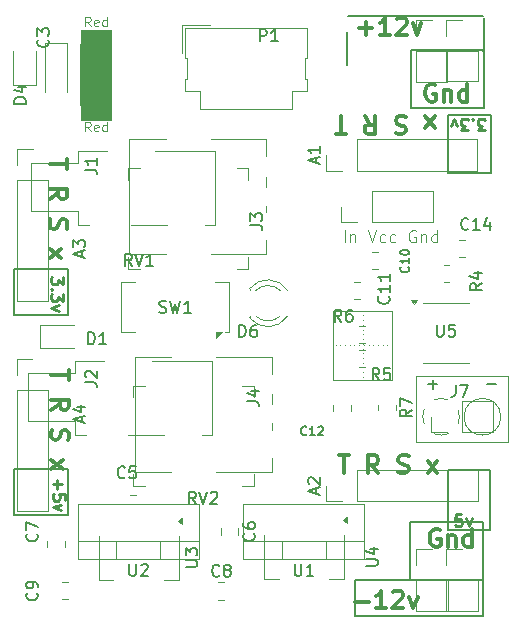
<source format=gbr>
%TF.GenerationSoftware,KiCad,Pcbnew,8.0.4*%
%TF.CreationDate,2024-08-25T20:19:00-07:00*%
%TF.ProjectId,Croissant,43726f69-7373-4616-9e74-2e6b69636164,rev?*%
%TF.SameCoordinates,Original*%
%TF.FileFunction,Legend,Top*%
%TF.FilePolarity,Positive*%
%FSLAX46Y46*%
G04 Gerber Fmt 4.6, Leading zero omitted, Abs format (unit mm)*
G04 Created by KiCad (PCBNEW 8.0.4) date 2024-08-25 20:19:00*
%MOMM*%
%LPD*%
G01*
G04 APERTURE LIST*
%ADD10C,0.200000*%
%ADD11C,0.100000*%
%ADD12C,0.250000*%
%ADD13C,0.300000*%
%ADD14C,0.150000*%
%ADD15C,0.120000*%
G04 APERTURE END LIST*
D10*
X76723201Y-45346045D02*
X88151852Y-45346045D01*
X48431598Y-83705189D02*
X52998300Y-83705189D01*
X52998300Y-87598641D01*
X48431598Y-87598641D01*
X48431598Y-83705189D01*
X82094221Y-48230668D02*
X88261872Y-48230668D01*
X88261872Y-53124120D01*
X82094221Y-53124120D01*
X82094221Y-48230668D01*
D11*
X80462576Y-73211516D02*
X80462576Y-73211516D01*
X80062576Y-73211516D02*
X80062576Y-73211516D01*
X79662576Y-73211516D02*
X79662576Y-73211516D01*
X79262576Y-73211516D02*
X79262576Y-73211516D01*
X78862576Y-73211516D02*
X78862576Y-73211516D01*
X78462576Y-73211516D02*
X78462576Y-73211516D01*
X78062576Y-73211516D02*
X78062576Y-73211516D01*
X77662576Y-73211516D02*
X77662576Y-73211516D01*
X77262576Y-73211516D02*
X77262576Y-73211516D01*
X76862576Y-73211516D02*
X76862576Y-73211516D01*
X76462576Y-73211516D02*
X76462576Y-73211516D01*
X76062576Y-73211516D02*
X76062576Y-73211516D01*
X75662576Y-73211516D02*
X75662576Y-73211516D01*
D10*
X88151852Y-48262983D02*
X88251852Y-48162983D01*
D11*
X75455949Y-70267306D02*
X80462576Y-70267306D01*
X80462576Y-76155726D01*
X75455949Y-76155726D01*
X75455949Y-70267306D01*
D10*
X85201602Y-53692885D02*
X88817175Y-53692885D01*
X88817175Y-58576748D01*
X85201602Y-58576748D01*
X85201602Y-53692885D01*
X81992349Y-88176511D02*
X88160000Y-88176511D01*
X88160000Y-93069963D01*
X81992349Y-93069963D01*
X81992349Y-88176511D01*
X77284110Y-93063250D02*
X88181761Y-93063250D01*
X88181761Y-96094952D01*
X77284110Y-96094952D01*
X77284110Y-93063250D01*
X48406178Y-66720279D02*
X52972880Y-66720279D01*
X52972880Y-70613731D01*
X48406178Y-70613731D01*
X48406178Y-66720279D01*
X85210326Y-83760000D02*
X88723831Y-83760000D01*
X88723831Y-88854466D01*
X85210326Y-88854466D01*
X85210326Y-83760000D01*
D11*
X77959263Y-70267306D02*
X77959263Y-70267306D01*
X77959263Y-70667306D02*
X77959263Y-70667306D01*
X77959263Y-71067306D02*
X77959263Y-71067306D01*
X77959263Y-71467306D02*
X77959263Y-71467306D01*
X77959263Y-71867306D02*
X77959263Y-71867306D01*
X77959263Y-72267306D02*
X77959263Y-72267306D01*
X77959263Y-72667306D02*
X77959263Y-72667306D01*
X77959263Y-73067306D02*
X77959263Y-73067306D01*
X77959262Y-73467306D02*
X77959262Y-73467306D01*
X77959262Y-73867306D02*
X77959262Y-73867306D01*
X77959262Y-74267306D02*
X77959262Y-74267306D01*
X77959262Y-74667306D02*
X77959262Y-74667306D01*
X77959262Y-75067306D02*
X77959262Y-75067306D01*
X77959262Y-75467306D02*
X77959262Y-75467306D01*
X77959262Y-75867306D02*
X77959262Y-75867306D01*
D10*
X88251852Y-48162983D02*
X88251852Y-45446045D01*
X76631925Y-49422115D02*
X76631925Y-46705177D01*
D11*
X76445673Y-64470578D02*
X76445673Y-63470578D01*
X76921863Y-63803911D02*
X76921863Y-64470578D01*
X76921863Y-63899149D02*
X76969482Y-63851530D01*
X76969482Y-63851530D02*
X77064720Y-63803911D01*
X77064720Y-63803911D02*
X77207577Y-63803911D01*
X77207577Y-63803911D02*
X77302815Y-63851530D01*
X77302815Y-63851530D02*
X77350434Y-63946768D01*
X77350434Y-63946768D02*
X77350434Y-64470578D01*
X78445673Y-63470578D02*
X78779006Y-64470578D01*
X78779006Y-64470578D02*
X79112339Y-63470578D01*
X79874244Y-64422959D02*
X79779006Y-64470578D01*
X79779006Y-64470578D02*
X79588530Y-64470578D01*
X79588530Y-64470578D02*
X79493292Y-64422959D01*
X79493292Y-64422959D02*
X79445673Y-64375339D01*
X79445673Y-64375339D02*
X79398054Y-64280101D01*
X79398054Y-64280101D02*
X79398054Y-63994387D01*
X79398054Y-63994387D02*
X79445673Y-63899149D01*
X79445673Y-63899149D02*
X79493292Y-63851530D01*
X79493292Y-63851530D02*
X79588530Y-63803911D01*
X79588530Y-63803911D02*
X79779006Y-63803911D01*
X79779006Y-63803911D02*
X79874244Y-63851530D01*
X80731387Y-64422959D02*
X80636149Y-64470578D01*
X80636149Y-64470578D02*
X80445673Y-64470578D01*
X80445673Y-64470578D02*
X80350435Y-64422959D01*
X80350435Y-64422959D02*
X80302816Y-64375339D01*
X80302816Y-64375339D02*
X80255197Y-64280101D01*
X80255197Y-64280101D02*
X80255197Y-63994387D01*
X80255197Y-63994387D02*
X80302816Y-63899149D01*
X80302816Y-63899149D02*
X80350435Y-63851530D01*
X80350435Y-63851530D02*
X80445673Y-63803911D01*
X80445673Y-63803911D02*
X80636149Y-63803911D01*
X80636149Y-63803911D02*
X80731387Y-63851530D01*
X82445673Y-63518197D02*
X82350435Y-63470578D01*
X82350435Y-63470578D02*
X82207578Y-63470578D01*
X82207578Y-63470578D02*
X82064721Y-63518197D01*
X82064721Y-63518197D02*
X81969483Y-63613435D01*
X81969483Y-63613435D02*
X81921864Y-63708673D01*
X81921864Y-63708673D02*
X81874245Y-63899149D01*
X81874245Y-63899149D02*
X81874245Y-64042006D01*
X81874245Y-64042006D02*
X81921864Y-64232482D01*
X81921864Y-64232482D02*
X81969483Y-64327720D01*
X81969483Y-64327720D02*
X82064721Y-64422959D01*
X82064721Y-64422959D02*
X82207578Y-64470578D01*
X82207578Y-64470578D02*
X82302816Y-64470578D01*
X82302816Y-64470578D02*
X82445673Y-64422959D01*
X82445673Y-64422959D02*
X82493292Y-64375339D01*
X82493292Y-64375339D02*
X82493292Y-64042006D01*
X82493292Y-64042006D02*
X82302816Y-64042006D01*
X82921864Y-63803911D02*
X82921864Y-64470578D01*
X82921864Y-63899149D02*
X82969483Y-63851530D01*
X82969483Y-63851530D02*
X83064721Y-63803911D01*
X83064721Y-63803911D02*
X83207578Y-63803911D01*
X83207578Y-63803911D02*
X83302816Y-63851530D01*
X83302816Y-63851530D02*
X83350435Y-63946768D01*
X83350435Y-63946768D02*
X83350435Y-64470578D01*
X84255197Y-64470578D02*
X84255197Y-63470578D01*
X84255197Y-64422959D02*
X84159959Y-64470578D01*
X84159959Y-64470578D02*
X83969483Y-64470578D01*
X83969483Y-64470578D02*
X83874245Y-64422959D01*
X83874245Y-64422959D02*
X83826626Y-64375339D01*
X83826626Y-64375339D02*
X83779007Y-64280101D01*
X83779007Y-64280101D02*
X83779007Y-63994387D01*
X83779007Y-63994387D02*
X83826626Y-63899149D01*
X83826626Y-63899149D02*
X83874245Y-63851530D01*
X83874245Y-63851530D02*
X83969483Y-63803911D01*
X83969483Y-63803911D02*
X84159959Y-63803911D01*
X84159959Y-63803911D02*
X84255197Y-63851530D01*
D12*
X52586418Y-67394715D02*
X52586418Y-68013762D01*
X52586418Y-68013762D02*
X52205466Y-67680429D01*
X52205466Y-67680429D02*
X52205466Y-67823286D01*
X52205466Y-67823286D02*
X52157847Y-67918524D01*
X52157847Y-67918524D02*
X52110228Y-67966143D01*
X52110228Y-67966143D02*
X52014990Y-68013762D01*
X52014990Y-68013762D02*
X51776895Y-68013762D01*
X51776895Y-68013762D02*
X51681657Y-67966143D01*
X51681657Y-67966143D02*
X51634038Y-67918524D01*
X51634038Y-67918524D02*
X51586418Y-67823286D01*
X51586418Y-67823286D02*
X51586418Y-67537572D01*
X51586418Y-67537572D02*
X51634038Y-67442334D01*
X51634038Y-67442334D02*
X51681657Y-67394715D01*
X51681657Y-68442334D02*
X51634038Y-68489953D01*
X51634038Y-68489953D02*
X51586418Y-68442334D01*
X51586418Y-68442334D02*
X51634038Y-68394715D01*
X51634038Y-68394715D02*
X51681657Y-68442334D01*
X51681657Y-68442334D02*
X51586418Y-68442334D01*
X52586418Y-68823286D02*
X52586418Y-69442333D01*
X52586418Y-69442333D02*
X52205466Y-69109000D01*
X52205466Y-69109000D02*
X52205466Y-69251857D01*
X52205466Y-69251857D02*
X52157847Y-69347095D01*
X52157847Y-69347095D02*
X52110228Y-69394714D01*
X52110228Y-69394714D02*
X52014990Y-69442333D01*
X52014990Y-69442333D02*
X51776895Y-69442333D01*
X51776895Y-69442333D02*
X51681657Y-69394714D01*
X51681657Y-69394714D02*
X51634038Y-69347095D01*
X51634038Y-69347095D02*
X51586418Y-69251857D01*
X51586418Y-69251857D02*
X51586418Y-68966143D01*
X51586418Y-68966143D02*
X51634038Y-68870905D01*
X51634038Y-68870905D02*
X51681657Y-68823286D01*
X52253085Y-69775667D02*
X51586418Y-70013762D01*
X51586418Y-70013762D02*
X52253085Y-70251857D01*
D13*
X84046810Y-53803780D02*
X83261096Y-54803780D01*
X84046810Y-54803780D02*
X83261096Y-53803780D01*
X81618238Y-53875209D02*
X81403953Y-53803780D01*
X81403953Y-53803780D02*
X81046810Y-53803780D01*
X81046810Y-53803780D02*
X80903953Y-53875209D01*
X80903953Y-53875209D02*
X80832524Y-53946637D01*
X80832524Y-53946637D02*
X80761095Y-54089494D01*
X80761095Y-54089494D02*
X80761095Y-54232351D01*
X80761095Y-54232351D02*
X80832524Y-54375209D01*
X80832524Y-54375209D02*
X80903953Y-54446637D01*
X80903953Y-54446637D02*
X81046810Y-54518066D01*
X81046810Y-54518066D02*
X81332524Y-54589494D01*
X81332524Y-54589494D02*
X81475381Y-54660923D01*
X81475381Y-54660923D02*
X81546810Y-54732351D01*
X81546810Y-54732351D02*
X81618238Y-54875209D01*
X81618238Y-54875209D02*
X81618238Y-55018066D01*
X81618238Y-55018066D02*
X81546810Y-55160923D01*
X81546810Y-55160923D02*
X81475381Y-55232351D01*
X81475381Y-55232351D02*
X81332524Y-55303780D01*
X81332524Y-55303780D02*
X80975381Y-55303780D01*
X80975381Y-55303780D02*
X80761095Y-55232351D01*
X78118239Y-53803780D02*
X78618239Y-54518066D01*
X78975382Y-53803780D02*
X78975382Y-55303780D01*
X78975382Y-55303780D02*
X78403953Y-55303780D01*
X78403953Y-55303780D02*
X78261096Y-55232351D01*
X78261096Y-55232351D02*
X78189667Y-55160923D01*
X78189667Y-55160923D02*
X78118239Y-55018066D01*
X78118239Y-55018066D02*
X78118239Y-54803780D01*
X78118239Y-54803780D02*
X78189667Y-54660923D01*
X78189667Y-54660923D02*
X78261096Y-54589494D01*
X78261096Y-54589494D02*
X78403953Y-54518066D01*
X78403953Y-54518066D02*
X78975382Y-54518066D01*
X76546810Y-55303780D02*
X75689668Y-55303780D01*
X76118239Y-53803780D02*
X76118239Y-55303780D01*
X77632712Y-46371986D02*
X78775570Y-46371986D01*
X78204141Y-46943414D02*
X78204141Y-45800557D01*
X80275570Y-46943414D02*
X79418427Y-46943414D01*
X79846998Y-46943414D02*
X79846998Y-45443414D01*
X79846998Y-45443414D02*
X79704141Y-45657700D01*
X79704141Y-45657700D02*
X79561284Y-45800557D01*
X79561284Y-45800557D02*
X79418427Y-45871986D01*
X80846998Y-45586271D02*
X80918426Y-45514843D01*
X80918426Y-45514843D02*
X81061284Y-45443414D01*
X81061284Y-45443414D02*
X81418426Y-45443414D01*
X81418426Y-45443414D02*
X81561284Y-45514843D01*
X81561284Y-45514843D02*
X81632712Y-45586271D01*
X81632712Y-45586271D02*
X81704141Y-45729128D01*
X81704141Y-45729128D02*
X81704141Y-45871986D01*
X81704141Y-45871986D02*
X81632712Y-46086271D01*
X81632712Y-46086271D02*
X80775569Y-46943414D01*
X80775569Y-46943414D02*
X81704141Y-46943414D01*
X82204140Y-45943414D02*
X82561283Y-46943414D01*
X82561283Y-46943414D02*
X82918426Y-45943414D01*
X84489335Y-88830507D02*
X84346478Y-88759078D01*
X84346478Y-88759078D02*
X84132192Y-88759078D01*
X84132192Y-88759078D02*
X83917906Y-88830507D01*
X83917906Y-88830507D02*
X83775049Y-88973364D01*
X83775049Y-88973364D02*
X83703620Y-89116221D01*
X83703620Y-89116221D02*
X83632192Y-89401935D01*
X83632192Y-89401935D02*
X83632192Y-89616221D01*
X83632192Y-89616221D02*
X83703620Y-89901935D01*
X83703620Y-89901935D02*
X83775049Y-90044792D01*
X83775049Y-90044792D02*
X83917906Y-90187650D01*
X83917906Y-90187650D02*
X84132192Y-90259078D01*
X84132192Y-90259078D02*
X84275049Y-90259078D01*
X84275049Y-90259078D02*
X84489335Y-90187650D01*
X84489335Y-90187650D02*
X84560763Y-90116221D01*
X84560763Y-90116221D02*
X84560763Y-89616221D01*
X84560763Y-89616221D02*
X84275049Y-89616221D01*
X85203620Y-89259078D02*
X85203620Y-90259078D01*
X85203620Y-89401935D02*
X85275049Y-89330507D01*
X85275049Y-89330507D02*
X85417906Y-89259078D01*
X85417906Y-89259078D02*
X85632192Y-89259078D01*
X85632192Y-89259078D02*
X85775049Y-89330507D01*
X85775049Y-89330507D02*
X85846478Y-89473364D01*
X85846478Y-89473364D02*
X85846478Y-90259078D01*
X87203621Y-90259078D02*
X87203621Y-88759078D01*
X87203621Y-90187650D02*
X87060763Y-90259078D01*
X87060763Y-90259078D02*
X86775049Y-90259078D01*
X86775049Y-90259078D02*
X86632192Y-90187650D01*
X86632192Y-90187650D02*
X86560763Y-90116221D01*
X86560763Y-90116221D02*
X86489335Y-89973364D01*
X86489335Y-89973364D02*
X86489335Y-89544792D01*
X86489335Y-89544792D02*
X86560763Y-89401935D01*
X86560763Y-89401935D02*
X86632192Y-89330507D01*
X86632192Y-89330507D02*
X86775049Y-89259078D01*
X86775049Y-89259078D02*
X87060763Y-89259078D01*
X87060763Y-89259078D02*
X87203621Y-89330507D01*
X77319832Y-94894552D02*
X78462690Y-94894552D01*
X79962690Y-95465980D02*
X79105547Y-95465980D01*
X79534118Y-95465980D02*
X79534118Y-93965980D01*
X79534118Y-93965980D02*
X79391261Y-94180266D01*
X79391261Y-94180266D02*
X79248404Y-94323123D01*
X79248404Y-94323123D02*
X79105547Y-94394552D01*
X80534118Y-94108837D02*
X80605546Y-94037409D01*
X80605546Y-94037409D02*
X80748404Y-93965980D01*
X80748404Y-93965980D02*
X81105546Y-93965980D01*
X81105546Y-93965980D02*
X81248404Y-94037409D01*
X81248404Y-94037409D02*
X81319832Y-94108837D01*
X81319832Y-94108837D02*
X81391261Y-94251694D01*
X81391261Y-94251694D02*
X81391261Y-94394552D01*
X81391261Y-94394552D02*
X81319832Y-94608837D01*
X81319832Y-94608837D02*
X80462689Y-95465980D01*
X80462689Y-95465980D02*
X81391261Y-95465980D01*
X81891260Y-94465980D02*
X82248403Y-95465980D01*
X82248403Y-95465980D02*
X82605546Y-94465980D01*
X52957638Y-57444219D02*
X52957638Y-58301362D01*
X51457638Y-57872790D02*
X52957638Y-57872790D01*
X51457638Y-60801361D02*
X52171924Y-60301361D01*
X51457638Y-59944218D02*
X52957638Y-59944218D01*
X52957638Y-59944218D02*
X52957638Y-60515647D01*
X52957638Y-60515647D02*
X52886209Y-60658504D01*
X52886209Y-60658504D02*
X52814781Y-60729933D01*
X52814781Y-60729933D02*
X52671924Y-60801361D01*
X52671924Y-60801361D02*
X52457638Y-60801361D01*
X52457638Y-60801361D02*
X52314781Y-60729933D01*
X52314781Y-60729933D02*
X52243352Y-60658504D01*
X52243352Y-60658504D02*
X52171924Y-60515647D01*
X52171924Y-60515647D02*
X52171924Y-59944218D01*
X51529067Y-62515647D02*
X51457638Y-62729933D01*
X51457638Y-62729933D02*
X51457638Y-63087075D01*
X51457638Y-63087075D02*
X51529067Y-63229933D01*
X51529067Y-63229933D02*
X51600495Y-63301361D01*
X51600495Y-63301361D02*
X51743352Y-63372790D01*
X51743352Y-63372790D02*
X51886209Y-63372790D01*
X51886209Y-63372790D02*
X52029067Y-63301361D01*
X52029067Y-63301361D02*
X52100495Y-63229933D01*
X52100495Y-63229933D02*
X52171924Y-63087075D01*
X52171924Y-63087075D02*
X52243352Y-62801361D01*
X52243352Y-62801361D02*
X52314781Y-62658504D01*
X52314781Y-62658504D02*
X52386209Y-62587075D01*
X52386209Y-62587075D02*
X52529067Y-62515647D01*
X52529067Y-62515647D02*
X52671924Y-62515647D01*
X52671924Y-62515647D02*
X52814781Y-62587075D01*
X52814781Y-62587075D02*
X52886209Y-62658504D01*
X52886209Y-62658504D02*
X52957638Y-62801361D01*
X52957638Y-62801361D02*
X52957638Y-63158504D01*
X52957638Y-63158504D02*
X52886209Y-63372790D01*
X51457638Y-65015646D02*
X52457638Y-65801361D01*
X52457638Y-65015646D02*
X51457638Y-65801361D01*
D12*
X86328861Y-87517168D02*
X85852671Y-87517168D01*
X85852671Y-87517168D02*
X85805052Y-87993358D01*
X85805052Y-87993358D02*
X85852671Y-87945739D01*
X85852671Y-87945739D02*
X85947909Y-87898120D01*
X85947909Y-87898120D02*
X86186004Y-87898120D01*
X86186004Y-87898120D02*
X86281242Y-87945739D01*
X86281242Y-87945739D02*
X86328861Y-87993358D01*
X86328861Y-87993358D02*
X86376480Y-88088596D01*
X86376480Y-88088596D02*
X86376480Y-88326691D01*
X86376480Y-88326691D02*
X86328861Y-88421929D01*
X86328861Y-88421929D02*
X86281242Y-88469549D01*
X86281242Y-88469549D02*
X86186004Y-88517168D01*
X86186004Y-88517168D02*
X85947909Y-88517168D01*
X85947909Y-88517168D02*
X85852671Y-88469549D01*
X85852671Y-88469549D02*
X85805052Y-88421929D01*
X86709814Y-87850501D02*
X86947909Y-88517168D01*
X86947909Y-88517168D02*
X87186004Y-87850501D01*
D14*
X83520355Y-76488866D02*
X84282260Y-76488866D01*
X83901307Y-76869819D02*
X83901307Y-76107914D01*
D13*
X53092249Y-75296988D02*
X53092249Y-76154131D01*
X51592249Y-75725559D02*
X53092249Y-75725559D01*
X51592249Y-78654130D02*
X52306535Y-78154130D01*
X51592249Y-77796987D02*
X53092249Y-77796987D01*
X53092249Y-77796987D02*
X53092249Y-78368416D01*
X53092249Y-78368416D02*
X53020820Y-78511273D01*
X53020820Y-78511273D02*
X52949392Y-78582702D01*
X52949392Y-78582702D02*
X52806535Y-78654130D01*
X52806535Y-78654130D02*
X52592249Y-78654130D01*
X52592249Y-78654130D02*
X52449392Y-78582702D01*
X52449392Y-78582702D02*
X52377963Y-78511273D01*
X52377963Y-78511273D02*
X52306535Y-78368416D01*
X52306535Y-78368416D02*
X52306535Y-77796987D01*
X51663678Y-80368416D02*
X51592249Y-80582702D01*
X51592249Y-80582702D02*
X51592249Y-80939844D01*
X51592249Y-80939844D02*
X51663678Y-81082702D01*
X51663678Y-81082702D02*
X51735106Y-81154130D01*
X51735106Y-81154130D02*
X51877963Y-81225559D01*
X51877963Y-81225559D02*
X52020820Y-81225559D01*
X52020820Y-81225559D02*
X52163678Y-81154130D01*
X52163678Y-81154130D02*
X52235106Y-81082702D01*
X52235106Y-81082702D02*
X52306535Y-80939844D01*
X52306535Y-80939844D02*
X52377963Y-80654130D01*
X52377963Y-80654130D02*
X52449392Y-80511273D01*
X52449392Y-80511273D02*
X52520820Y-80439844D01*
X52520820Y-80439844D02*
X52663678Y-80368416D01*
X52663678Y-80368416D02*
X52806535Y-80368416D01*
X52806535Y-80368416D02*
X52949392Y-80439844D01*
X52949392Y-80439844D02*
X53020820Y-80511273D01*
X53020820Y-80511273D02*
X53092249Y-80654130D01*
X53092249Y-80654130D02*
X53092249Y-81011273D01*
X53092249Y-81011273D02*
X53020820Y-81225559D01*
X51592249Y-82868415D02*
X52592249Y-83654130D01*
X52592249Y-82868415D02*
X51592249Y-83654130D01*
X84111929Y-51140384D02*
X83969072Y-51068955D01*
X83969072Y-51068955D02*
X83754786Y-51068955D01*
X83754786Y-51068955D02*
X83540500Y-51140384D01*
X83540500Y-51140384D02*
X83397643Y-51283241D01*
X83397643Y-51283241D02*
X83326214Y-51426098D01*
X83326214Y-51426098D02*
X83254786Y-51711812D01*
X83254786Y-51711812D02*
X83254786Y-51926098D01*
X83254786Y-51926098D02*
X83326214Y-52211812D01*
X83326214Y-52211812D02*
X83397643Y-52354669D01*
X83397643Y-52354669D02*
X83540500Y-52497527D01*
X83540500Y-52497527D02*
X83754786Y-52568955D01*
X83754786Y-52568955D02*
X83897643Y-52568955D01*
X83897643Y-52568955D02*
X84111929Y-52497527D01*
X84111929Y-52497527D02*
X84183357Y-52426098D01*
X84183357Y-52426098D02*
X84183357Y-51926098D01*
X84183357Y-51926098D02*
X83897643Y-51926098D01*
X84826214Y-51568955D02*
X84826214Y-52568955D01*
X84826214Y-51711812D02*
X84897643Y-51640384D01*
X84897643Y-51640384D02*
X85040500Y-51568955D01*
X85040500Y-51568955D02*
X85254786Y-51568955D01*
X85254786Y-51568955D02*
X85397643Y-51640384D01*
X85397643Y-51640384D02*
X85469072Y-51783241D01*
X85469072Y-51783241D02*
X85469072Y-52568955D01*
X86826215Y-52568955D02*
X86826215Y-51068955D01*
X86826215Y-52497527D02*
X86683357Y-52568955D01*
X86683357Y-52568955D02*
X86397643Y-52568955D01*
X86397643Y-52568955D02*
X86254786Y-52497527D01*
X86254786Y-52497527D02*
X86183357Y-52426098D01*
X86183357Y-52426098D02*
X86111929Y-52283241D01*
X86111929Y-52283241D02*
X86111929Y-51854669D01*
X86111929Y-51854669D02*
X86183357Y-51711812D01*
X86183357Y-51711812D02*
X86254786Y-51640384D01*
X86254786Y-51640384D02*
X86397643Y-51568955D01*
X86397643Y-51568955D02*
X86683357Y-51568955D01*
X86683357Y-51568955D02*
X86826215Y-51640384D01*
D14*
X88520355Y-76488866D02*
X89282260Y-76488866D01*
D12*
X52099879Y-84583472D02*
X52099879Y-85345377D01*
X51718926Y-84964424D02*
X52480831Y-84964424D01*
X52718926Y-86297757D02*
X52718926Y-85821567D01*
X52718926Y-85821567D02*
X52242736Y-85773948D01*
X52242736Y-85773948D02*
X52290355Y-85821567D01*
X52290355Y-85821567D02*
X52337974Y-85916805D01*
X52337974Y-85916805D02*
X52337974Y-86154900D01*
X52337974Y-86154900D02*
X52290355Y-86250138D01*
X52290355Y-86250138D02*
X52242736Y-86297757D01*
X52242736Y-86297757D02*
X52147498Y-86345376D01*
X52147498Y-86345376D02*
X51909403Y-86345376D01*
X51909403Y-86345376D02*
X51814165Y-86297757D01*
X51814165Y-86297757D02*
X51766546Y-86250138D01*
X51766546Y-86250138D02*
X51718926Y-86154900D01*
X51718926Y-86154900D02*
X51718926Y-85916805D01*
X51718926Y-85916805D02*
X51766546Y-85821567D01*
X51766546Y-85821567D02*
X51814165Y-85773948D01*
X52385593Y-86678710D02*
X51718926Y-86916805D01*
X51718926Y-86916805D02*
X52385593Y-87154900D01*
D13*
X75923061Y-82521579D02*
X76780204Y-82521579D01*
X76351632Y-84021579D02*
X76351632Y-82521579D01*
X79280203Y-84021579D02*
X78780203Y-83307293D01*
X78423060Y-84021579D02*
X78423060Y-82521579D01*
X78423060Y-82521579D02*
X78994489Y-82521579D01*
X78994489Y-82521579D02*
X79137346Y-82593008D01*
X79137346Y-82593008D02*
X79208775Y-82664436D01*
X79208775Y-82664436D02*
X79280203Y-82807293D01*
X79280203Y-82807293D02*
X79280203Y-83021579D01*
X79280203Y-83021579D02*
X79208775Y-83164436D01*
X79208775Y-83164436D02*
X79137346Y-83235865D01*
X79137346Y-83235865D02*
X78994489Y-83307293D01*
X78994489Y-83307293D02*
X78423060Y-83307293D01*
X80994489Y-83950151D02*
X81208775Y-84021579D01*
X81208775Y-84021579D02*
X81565917Y-84021579D01*
X81565917Y-84021579D02*
X81708775Y-83950151D01*
X81708775Y-83950151D02*
X81780203Y-83878722D01*
X81780203Y-83878722D02*
X81851632Y-83735865D01*
X81851632Y-83735865D02*
X81851632Y-83593008D01*
X81851632Y-83593008D02*
X81780203Y-83450151D01*
X81780203Y-83450151D02*
X81708775Y-83378722D01*
X81708775Y-83378722D02*
X81565917Y-83307293D01*
X81565917Y-83307293D02*
X81280203Y-83235865D01*
X81280203Y-83235865D02*
X81137346Y-83164436D01*
X81137346Y-83164436D02*
X81065917Y-83093008D01*
X81065917Y-83093008D02*
X80994489Y-82950151D01*
X80994489Y-82950151D02*
X80994489Y-82807293D01*
X80994489Y-82807293D02*
X81065917Y-82664436D01*
X81065917Y-82664436D02*
X81137346Y-82593008D01*
X81137346Y-82593008D02*
X81280203Y-82521579D01*
X81280203Y-82521579D02*
X81637346Y-82521579D01*
X81637346Y-82521579D02*
X81851632Y-82593008D01*
X83494488Y-84021579D02*
X84280203Y-83021579D01*
X83494488Y-83021579D02*
X84280203Y-84021579D01*
D12*
X88320547Y-54998632D02*
X87701500Y-54998632D01*
X87701500Y-54998632D02*
X88034833Y-54617680D01*
X88034833Y-54617680D02*
X87891976Y-54617680D01*
X87891976Y-54617680D02*
X87796738Y-54570061D01*
X87796738Y-54570061D02*
X87749119Y-54522442D01*
X87749119Y-54522442D02*
X87701500Y-54427204D01*
X87701500Y-54427204D02*
X87701500Y-54189109D01*
X87701500Y-54189109D02*
X87749119Y-54093871D01*
X87749119Y-54093871D02*
X87796738Y-54046252D01*
X87796738Y-54046252D02*
X87891976Y-53998632D01*
X87891976Y-53998632D02*
X88177690Y-53998632D01*
X88177690Y-53998632D02*
X88272928Y-54046252D01*
X88272928Y-54046252D02*
X88320547Y-54093871D01*
X87272928Y-54093871D02*
X87225309Y-54046252D01*
X87225309Y-54046252D02*
X87272928Y-53998632D01*
X87272928Y-53998632D02*
X87320547Y-54046252D01*
X87320547Y-54046252D02*
X87272928Y-54093871D01*
X87272928Y-54093871D02*
X87272928Y-53998632D01*
X86891976Y-54998632D02*
X86272929Y-54998632D01*
X86272929Y-54998632D02*
X86606262Y-54617680D01*
X86606262Y-54617680D02*
X86463405Y-54617680D01*
X86463405Y-54617680D02*
X86368167Y-54570061D01*
X86368167Y-54570061D02*
X86320548Y-54522442D01*
X86320548Y-54522442D02*
X86272929Y-54427204D01*
X86272929Y-54427204D02*
X86272929Y-54189109D01*
X86272929Y-54189109D02*
X86320548Y-54093871D01*
X86320548Y-54093871D02*
X86368167Y-54046252D01*
X86368167Y-54046252D02*
X86463405Y-53998632D01*
X86463405Y-53998632D02*
X86749119Y-53998632D01*
X86749119Y-53998632D02*
X86844357Y-54046252D01*
X86844357Y-54046252D02*
X86891976Y-54093871D01*
X85939595Y-54665299D02*
X85701500Y-53998632D01*
X85701500Y-53998632D02*
X85463405Y-54665299D01*
D14*
X81827654Y-66541738D02*
X81863369Y-66577452D01*
X81863369Y-66577452D02*
X81899083Y-66684595D01*
X81899083Y-66684595D02*
X81899083Y-66756023D01*
X81899083Y-66756023D02*
X81863369Y-66863166D01*
X81863369Y-66863166D02*
X81791940Y-66934595D01*
X81791940Y-66934595D02*
X81720511Y-66970309D01*
X81720511Y-66970309D02*
X81577654Y-67006023D01*
X81577654Y-67006023D02*
X81470511Y-67006023D01*
X81470511Y-67006023D02*
X81327654Y-66970309D01*
X81327654Y-66970309D02*
X81256226Y-66934595D01*
X81256226Y-66934595D02*
X81184797Y-66863166D01*
X81184797Y-66863166D02*
X81149083Y-66756023D01*
X81149083Y-66756023D02*
X81149083Y-66684595D01*
X81149083Y-66684595D02*
X81184797Y-66577452D01*
X81184797Y-66577452D02*
X81220511Y-66541738D01*
X81899083Y-65827452D02*
X81899083Y-66256023D01*
X81899083Y-66041738D02*
X81149083Y-66041738D01*
X81149083Y-66041738D02*
X81256226Y-66113166D01*
X81256226Y-66113166D02*
X81327654Y-66184595D01*
X81327654Y-66184595D02*
X81363369Y-66256023D01*
X81149083Y-65363166D02*
X81149083Y-65291737D01*
X81149083Y-65291737D02*
X81184797Y-65220309D01*
X81184797Y-65220309D02*
X81220511Y-65184595D01*
X81220511Y-65184595D02*
X81291940Y-65148880D01*
X81291940Y-65148880D02*
X81434797Y-65113166D01*
X81434797Y-65113166D02*
X81613369Y-65113166D01*
X81613369Y-65113166D02*
X81756226Y-65148880D01*
X81756226Y-65148880D02*
X81827654Y-65184595D01*
X81827654Y-65184595D02*
X81863369Y-65220309D01*
X81863369Y-65220309D02*
X81899083Y-65291737D01*
X81899083Y-65291737D02*
X81899083Y-65363166D01*
X81899083Y-65363166D02*
X81863369Y-65434595D01*
X81863369Y-65434595D02*
X81827654Y-65470309D01*
X81827654Y-65470309D02*
X81756226Y-65506023D01*
X81756226Y-65506023D02*
X81613369Y-65541737D01*
X81613369Y-65541737D02*
X81434797Y-65541737D01*
X81434797Y-65541737D02*
X81291940Y-65506023D01*
X81291940Y-65506023D02*
X81220511Y-65470309D01*
X81220511Y-65470309D02*
X81184797Y-65434595D01*
X81184797Y-65434595D02*
X81149083Y-65363166D01*
D11*
X54922857Y-46189895D02*
X54656190Y-45808942D01*
X54465714Y-46189895D02*
X54465714Y-45389895D01*
X54465714Y-45389895D02*
X54770476Y-45389895D01*
X54770476Y-45389895D02*
X54846666Y-45427990D01*
X54846666Y-45427990D02*
X54884761Y-45466085D01*
X54884761Y-45466085D02*
X54922857Y-45542276D01*
X54922857Y-45542276D02*
X54922857Y-45656561D01*
X54922857Y-45656561D02*
X54884761Y-45732752D01*
X54884761Y-45732752D02*
X54846666Y-45770847D01*
X54846666Y-45770847D02*
X54770476Y-45808942D01*
X54770476Y-45808942D02*
X54465714Y-45808942D01*
X55570476Y-46151800D02*
X55494285Y-46189895D01*
X55494285Y-46189895D02*
X55341904Y-46189895D01*
X55341904Y-46189895D02*
X55265714Y-46151800D01*
X55265714Y-46151800D02*
X55227618Y-46075609D01*
X55227618Y-46075609D02*
X55227618Y-45770847D01*
X55227618Y-45770847D02*
X55265714Y-45694657D01*
X55265714Y-45694657D02*
X55341904Y-45656561D01*
X55341904Y-45656561D02*
X55494285Y-45656561D01*
X55494285Y-45656561D02*
X55570476Y-45694657D01*
X55570476Y-45694657D02*
X55608571Y-45770847D01*
X55608571Y-45770847D02*
X55608571Y-45847038D01*
X55608571Y-45847038D02*
X55227618Y-45923228D01*
X56294285Y-46189895D02*
X56294285Y-45389895D01*
X56294285Y-46151800D02*
X56218094Y-46189895D01*
X56218094Y-46189895D02*
X56065713Y-46189895D01*
X56065713Y-46189895D02*
X55989523Y-46151800D01*
X55989523Y-46151800D02*
X55951428Y-46113704D01*
X55951428Y-46113704D02*
X55913332Y-46037514D01*
X55913332Y-46037514D02*
X55913332Y-45808942D01*
X55913332Y-45808942D02*
X55951428Y-45732752D01*
X55951428Y-45732752D02*
X55989523Y-45694657D01*
X55989523Y-45694657D02*
X56065713Y-45656561D01*
X56065713Y-45656561D02*
X56218094Y-45656561D01*
X56218094Y-45656561D02*
X56294285Y-45694657D01*
X54922857Y-55079895D02*
X54656190Y-54698942D01*
X54465714Y-55079895D02*
X54465714Y-54279895D01*
X54465714Y-54279895D02*
X54770476Y-54279895D01*
X54770476Y-54279895D02*
X54846666Y-54317990D01*
X54846666Y-54317990D02*
X54884761Y-54356085D01*
X54884761Y-54356085D02*
X54922857Y-54432276D01*
X54922857Y-54432276D02*
X54922857Y-54546561D01*
X54922857Y-54546561D02*
X54884761Y-54622752D01*
X54884761Y-54622752D02*
X54846666Y-54660847D01*
X54846666Y-54660847D02*
X54770476Y-54698942D01*
X54770476Y-54698942D02*
X54465714Y-54698942D01*
X55570476Y-55041800D02*
X55494285Y-55079895D01*
X55494285Y-55079895D02*
X55341904Y-55079895D01*
X55341904Y-55079895D02*
X55265714Y-55041800D01*
X55265714Y-55041800D02*
X55227618Y-54965609D01*
X55227618Y-54965609D02*
X55227618Y-54660847D01*
X55227618Y-54660847D02*
X55265714Y-54584657D01*
X55265714Y-54584657D02*
X55341904Y-54546561D01*
X55341904Y-54546561D02*
X55494285Y-54546561D01*
X55494285Y-54546561D02*
X55570476Y-54584657D01*
X55570476Y-54584657D02*
X55608571Y-54660847D01*
X55608571Y-54660847D02*
X55608571Y-54737038D01*
X55608571Y-54737038D02*
X55227618Y-54813228D01*
X56294285Y-55079895D02*
X56294285Y-54279895D01*
X56294285Y-55041800D02*
X56218094Y-55079895D01*
X56218094Y-55079895D02*
X56065713Y-55079895D01*
X56065713Y-55079895D02*
X55989523Y-55041800D01*
X55989523Y-55041800D02*
X55951428Y-55003704D01*
X55951428Y-55003704D02*
X55913332Y-54927514D01*
X55913332Y-54927514D02*
X55913332Y-54698942D01*
X55913332Y-54698942D02*
X55951428Y-54622752D01*
X55951428Y-54622752D02*
X55989523Y-54584657D01*
X55989523Y-54584657D02*
X56065713Y-54546561D01*
X56065713Y-54546561D02*
X56218094Y-54546561D01*
X56218094Y-54546561D02*
X56294285Y-54584657D01*
D14*
X57833333Y-84359580D02*
X57785714Y-84407200D01*
X57785714Y-84407200D02*
X57642857Y-84454819D01*
X57642857Y-84454819D02*
X57547619Y-84454819D01*
X57547619Y-84454819D02*
X57404762Y-84407200D01*
X57404762Y-84407200D02*
X57309524Y-84311961D01*
X57309524Y-84311961D02*
X57261905Y-84216723D01*
X57261905Y-84216723D02*
X57214286Y-84026247D01*
X57214286Y-84026247D02*
X57214286Y-83883390D01*
X57214286Y-83883390D02*
X57261905Y-83692914D01*
X57261905Y-83692914D02*
X57309524Y-83597676D01*
X57309524Y-83597676D02*
X57404762Y-83502438D01*
X57404762Y-83502438D02*
X57547619Y-83454819D01*
X57547619Y-83454819D02*
X57642857Y-83454819D01*
X57642857Y-83454819D02*
X57785714Y-83502438D01*
X57785714Y-83502438D02*
X57833333Y-83550057D01*
X58738095Y-83454819D02*
X58261905Y-83454819D01*
X58261905Y-83454819D02*
X58214286Y-83931009D01*
X58214286Y-83931009D02*
X58261905Y-83883390D01*
X58261905Y-83883390D02*
X58357143Y-83835771D01*
X58357143Y-83835771D02*
X58595238Y-83835771D01*
X58595238Y-83835771D02*
X58690476Y-83883390D01*
X58690476Y-83883390D02*
X58738095Y-83931009D01*
X58738095Y-83931009D02*
X58785714Y-84026247D01*
X58785714Y-84026247D02*
X58785714Y-84264342D01*
X58785714Y-84264342D02*
X58738095Y-84359580D01*
X58738095Y-84359580D02*
X58690476Y-84407200D01*
X58690476Y-84407200D02*
X58595238Y-84454819D01*
X58595238Y-84454819D02*
X58357143Y-84454819D01*
X58357143Y-84454819D02*
X58261905Y-84407200D01*
X58261905Y-84407200D02*
X58214286Y-84359580D01*
X76161278Y-71187516D02*
X75827945Y-70711325D01*
X75589850Y-71187516D02*
X75589850Y-70187516D01*
X75589850Y-70187516D02*
X75970802Y-70187516D01*
X75970802Y-70187516D02*
X76066040Y-70235135D01*
X76066040Y-70235135D02*
X76113659Y-70282754D01*
X76113659Y-70282754D02*
X76161278Y-70377992D01*
X76161278Y-70377992D02*
X76161278Y-70520849D01*
X76161278Y-70520849D02*
X76113659Y-70616087D01*
X76113659Y-70616087D02*
X76066040Y-70663706D01*
X76066040Y-70663706D02*
X75970802Y-70711325D01*
X75970802Y-70711325D02*
X75589850Y-70711325D01*
X77018421Y-70187516D02*
X76827945Y-70187516D01*
X76827945Y-70187516D02*
X76732707Y-70235135D01*
X76732707Y-70235135D02*
X76685088Y-70282754D01*
X76685088Y-70282754D02*
X76589850Y-70425611D01*
X76589850Y-70425611D02*
X76542231Y-70616087D01*
X76542231Y-70616087D02*
X76542231Y-70997039D01*
X76542231Y-70997039D02*
X76589850Y-71092277D01*
X76589850Y-71092277D02*
X76637469Y-71139897D01*
X76637469Y-71139897D02*
X76732707Y-71187516D01*
X76732707Y-71187516D02*
X76923183Y-71187516D01*
X76923183Y-71187516D02*
X77018421Y-71139897D01*
X77018421Y-71139897D02*
X77066040Y-71092277D01*
X77066040Y-71092277D02*
X77113659Y-70997039D01*
X77113659Y-70997039D02*
X77113659Y-70758944D01*
X77113659Y-70758944D02*
X77066040Y-70663706D01*
X77066040Y-70663706D02*
X77018421Y-70616087D01*
X77018421Y-70616087D02*
X76923183Y-70568468D01*
X76923183Y-70568468D02*
X76732707Y-70568468D01*
X76732707Y-70568468D02*
X76637469Y-70616087D01*
X76637469Y-70616087D02*
X76589850Y-70663706D01*
X76589850Y-70663706D02*
X76542231Y-70758944D01*
X86903458Y-63317212D02*
X86855839Y-63364832D01*
X86855839Y-63364832D02*
X86712982Y-63412451D01*
X86712982Y-63412451D02*
X86617744Y-63412451D01*
X86617744Y-63412451D02*
X86474887Y-63364832D01*
X86474887Y-63364832D02*
X86379649Y-63269593D01*
X86379649Y-63269593D02*
X86332030Y-63174355D01*
X86332030Y-63174355D02*
X86284411Y-62983879D01*
X86284411Y-62983879D02*
X86284411Y-62841022D01*
X86284411Y-62841022D02*
X86332030Y-62650546D01*
X86332030Y-62650546D02*
X86379649Y-62555308D01*
X86379649Y-62555308D02*
X86474887Y-62460070D01*
X86474887Y-62460070D02*
X86617744Y-62412451D01*
X86617744Y-62412451D02*
X86712982Y-62412451D01*
X86712982Y-62412451D02*
X86855839Y-62460070D01*
X86855839Y-62460070D02*
X86903458Y-62507689D01*
X87855839Y-63412451D02*
X87284411Y-63412451D01*
X87570125Y-63412451D02*
X87570125Y-62412451D01*
X87570125Y-62412451D02*
X87474887Y-62555308D01*
X87474887Y-62555308D02*
X87379649Y-62650546D01*
X87379649Y-62650546D02*
X87284411Y-62698165D01*
X88712982Y-62745784D02*
X88712982Y-63412451D01*
X88474887Y-62364832D02*
X88236792Y-63079117D01*
X88236792Y-63079117D02*
X88855839Y-63079117D01*
X67498168Y-72481426D02*
X67498168Y-71481426D01*
X67498168Y-71481426D02*
X67736263Y-71481426D01*
X67736263Y-71481426D02*
X67879120Y-71529045D01*
X67879120Y-71529045D02*
X67974358Y-71624283D01*
X67974358Y-71624283D02*
X68021977Y-71719521D01*
X68021977Y-71719521D02*
X68069596Y-71909997D01*
X68069596Y-71909997D02*
X68069596Y-72052854D01*
X68069596Y-72052854D02*
X68021977Y-72243330D01*
X68021977Y-72243330D02*
X67974358Y-72338568D01*
X67974358Y-72338568D02*
X67879120Y-72433807D01*
X67879120Y-72433807D02*
X67736263Y-72481426D01*
X67736263Y-72481426D02*
X67498168Y-72481426D01*
X68926739Y-71481426D02*
X68736263Y-71481426D01*
X68736263Y-71481426D02*
X68641025Y-71529045D01*
X68641025Y-71529045D02*
X68593406Y-71576664D01*
X68593406Y-71576664D02*
X68498168Y-71719521D01*
X68498168Y-71719521D02*
X68450549Y-71909997D01*
X68450549Y-71909997D02*
X68450549Y-72290949D01*
X68450549Y-72290949D02*
X68498168Y-72386187D01*
X68498168Y-72386187D02*
X68545787Y-72433807D01*
X68545787Y-72433807D02*
X68641025Y-72481426D01*
X68641025Y-72481426D02*
X68831501Y-72481426D01*
X68831501Y-72481426D02*
X68926739Y-72433807D01*
X68926739Y-72433807D02*
X68974358Y-72386187D01*
X68974358Y-72386187D02*
X69021977Y-72290949D01*
X69021977Y-72290949D02*
X69021977Y-72052854D01*
X69021977Y-72052854D02*
X68974358Y-71957616D01*
X68974358Y-71957616D02*
X68926739Y-71909997D01*
X68926739Y-71909997D02*
X68831501Y-71862378D01*
X68831501Y-71862378D02*
X68641025Y-71862378D01*
X68641025Y-71862378D02*
X68545787Y-71909997D01*
X68545787Y-71909997D02*
X68498168Y-71957616D01*
X68498168Y-71957616D02*
X68450549Y-72052854D01*
X72208419Y-91708818D02*
X72208419Y-92518341D01*
X72208419Y-92518341D02*
X72256038Y-92613579D01*
X72256038Y-92613579D02*
X72303657Y-92661199D01*
X72303657Y-92661199D02*
X72398895Y-92708818D01*
X72398895Y-92708818D02*
X72589371Y-92708818D01*
X72589371Y-92708818D02*
X72684609Y-92661199D01*
X72684609Y-92661199D02*
X72732228Y-92613579D01*
X72732228Y-92613579D02*
X72779847Y-92518341D01*
X72779847Y-92518341D02*
X72779847Y-91708818D01*
X73779847Y-92708818D02*
X73208419Y-92708818D01*
X73494133Y-92708818D02*
X73494133Y-91708818D01*
X73494133Y-91708818D02*
X73398895Y-91851675D01*
X73398895Y-91851675D02*
X73303657Y-91946913D01*
X73303657Y-91946913D02*
X73208419Y-91994532D01*
X79365127Y-76125559D02*
X79031794Y-75649368D01*
X78793699Y-76125559D02*
X78793699Y-75125559D01*
X78793699Y-75125559D02*
X79174651Y-75125559D01*
X79174651Y-75125559D02*
X79269889Y-75173178D01*
X79269889Y-75173178D02*
X79317508Y-75220797D01*
X79317508Y-75220797D02*
X79365127Y-75316035D01*
X79365127Y-75316035D02*
X79365127Y-75458892D01*
X79365127Y-75458892D02*
X79317508Y-75554130D01*
X79317508Y-75554130D02*
X79269889Y-75601749D01*
X79269889Y-75601749D02*
X79174651Y-75649368D01*
X79174651Y-75649368D02*
X78793699Y-75649368D01*
X80269889Y-75125559D02*
X79793699Y-75125559D01*
X79793699Y-75125559D02*
X79746080Y-75601749D01*
X79746080Y-75601749D02*
X79793699Y-75554130D01*
X79793699Y-75554130D02*
X79888937Y-75506511D01*
X79888937Y-75506511D02*
X80127032Y-75506511D01*
X80127032Y-75506511D02*
X80222270Y-75554130D01*
X80222270Y-75554130D02*
X80269889Y-75601749D01*
X80269889Y-75601749D02*
X80317508Y-75696987D01*
X80317508Y-75696987D02*
X80317508Y-75935082D01*
X80317508Y-75935082D02*
X80269889Y-76030320D01*
X80269889Y-76030320D02*
X80222270Y-76077940D01*
X80222270Y-76077940D02*
X80127032Y-76125559D01*
X80127032Y-76125559D02*
X79888937Y-76125559D01*
X79888937Y-76125559D02*
X79793699Y-76077940D01*
X79793699Y-76077940D02*
X79746080Y-76030320D01*
X88053519Y-67942580D02*
X87577328Y-68275913D01*
X88053519Y-68514008D02*
X87053519Y-68514008D01*
X87053519Y-68514008D02*
X87053519Y-68133056D01*
X87053519Y-68133056D02*
X87101138Y-68037818D01*
X87101138Y-68037818D02*
X87148757Y-67990199D01*
X87148757Y-67990199D02*
X87243995Y-67942580D01*
X87243995Y-67942580D02*
X87386852Y-67942580D01*
X87386852Y-67942580D02*
X87482090Y-67990199D01*
X87482090Y-67990199D02*
X87529709Y-68037818D01*
X87529709Y-68037818D02*
X87577328Y-68133056D01*
X87577328Y-68133056D02*
X87577328Y-68514008D01*
X87386852Y-67085437D02*
X88053519Y-67085437D01*
X87005900Y-67323532D02*
X87720185Y-67561627D01*
X87720185Y-67561627D02*
X87720185Y-66942580D01*
X69261905Y-47454819D02*
X69261905Y-46454819D01*
X69261905Y-46454819D02*
X69642857Y-46454819D01*
X69642857Y-46454819D02*
X69738095Y-46502438D01*
X69738095Y-46502438D02*
X69785714Y-46550057D01*
X69785714Y-46550057D02*
X69833333Y-46645295D01*
X69833333Y-46645295D02*
X69833333Y-46788152D01*
X69833333Y-46788152D02*
X69785714Y-46883390D01*
X69785714Y-46883390D02*
X69738095Y-46931009D01*
X69738095Y-46931009D02*
X69642857Y-46978628D01*
X69642857Y-46978628D02*
X69261905Y-46978628D01*
X70785714Y-47454819D02*
X70214286Y-47454819D01*
X70500000Y-47454819D02*
X70500000Y-46454819D01*
X70500000Y-46454819D02*
X70404762Y-46597676D01*
X70404762Y-46597676D02*
X70309524Y-46692914D01*
X70309524Y-46692914D02*
X70214286Y-46740533D01*
X68173268Y-77933489D02*
X68887553Y-77933489D01*
X68887553Y-77933489D02*
X69030410Y-77981108D01*
X69030410Y-77981108D02*
X69125649Y-78076346D01*
X69125649Y-78076346D02*
X69173268Y-78219203D01*
X69173268Y-78219203D02*
X69173268Y-78314441D01*
X68506601Y-77028727D02*
X69173268Y-77028727D01*
X68125649Y-77266822D02*
X68839934Y-77504917D01*
X68839934Y-77504917D02*
X68839934Y-76885870D01*
X73201659Y-80728808D02*
X73165945Y-80764523D01*
X73165945Y-80764523D02*
X73058802Y-80800237D01*
X73058802Y-80800237D02*
X72987374Y-80800237D01*
X72987374Y-80800237D02*
X72880231Y-80764523D01*
X72880231Y-80764523D02*
X72808802Y-80693094D01*
X72808802Y-80693094D02*
X72773088Y-80621665D01*
X72773088Y-80621665D02*
X72737374Y-80478808D01*
X72737374Y-80478808D02*
X72737374Y-80371665D01*
X72737374Y-80371665D02*
X72773088Y-80228808D01*
X72773088Y-80228808D02*
X72808802Y-80157380D01*
X72808802Y-80157380D02*
X72880231Y-80085951D01*
X72880231Y-80085951D02*
X72987374Y-80050237D01*
X72987374Y-80050237D02*
X73058802Y-80050237D01*
X73058802Y-80050237D02*
X73165945Y-80085951D01*
X73165945Y-80085951D02*
X73201659Y-80121665D01*
X73915945Y-80800237D02*
X73487374Y-80800237D01*
X73701659Y-80800237D02*
X73701659Y-80050237D01*
X73701659Y-80050237D02*
X73630231Y-80157380D01*
X73630231Y-80157380D02*
X73558802Y-80228808D01*
X73558802Y-80228808D02*
X73487374Y-80264523D01*
X74201660Y-80121665D02*
X74237374Y-80085951D01*
X74237374Y-80085951D02*
X74308803Y-80050237D01*
X74308803Y-80050237D02*
X74487374Y-80050237D01*
X74487374Y-80050237D02*
X74558803Y-80085951D01*
X74558803Y-80085951D02*
X74594517Y-80121665D01*
X74594517Y-80121665D02*
X74630231Y-80193094D01*
X74630231Y-80193094D02*
X74630231Y-80264523D01*
X74630231Y-80264523D02*
X74594517Y-80371665D01*
X74594517Y-80371665D02*
X74165945Y-80800237D01*
X74165945Y-80800237D02*
X74630231Y-80800237D01*
X58404761Y-66454819D02*
X58071428Y-65978628D01*
X57833333Y-66454819D02*
X57833333Y-65454819D01*
X57833333Y-65454819D02*
X58214285Y-65454819D01*
X58214285Y-65454819D02*
X58309523Y-65502438D01*
X58309523Y-65502438D02*
X58357142Y-65550057D01*
X58357142Y-65550057D02*
X58404761Y-65645295D01*
X58404761Y-65645295D02*
X58404761Y-65788152D01*
X58404761Y-65788152D02*
X58357142Y-65883390D01*
X58357142Y-65883390D02*
X58309523Y-65931009D01*
X58309523Y-65931009D02*
X58214285Y-65978628D01*
X58214285Y-65978628D02*
X57833333Y-65978628D01*
X58690476Y-65454819D02*
X59023809Y-66454819D01*
X59023809Y-66454819D02*
X59357142Y-65454819D01*
X60214285Y-66454819D02*
X59642857Y-66454819D01*
X59928571Y-66454819D02*
X59928571Y-65454819D01*
X59928571Y-65454819D02*
X59833333Y-65597676D01*
X59833333Y-65597676D02*
X59738095Y-65692914D01*
X59738095Y-65692914D02*
X59642857Y-65740533D01*
X50359580Y-94166666D02*
X50407200Y-94214285D01*
X50407200Y-94214285D02*
X50454819Y-94357142D01*
X50454819Y-94357142D02*
X50454819Y-94452380D01*
X50454819Y-94452380D02*
X50407200Y-94595237D01*
X50407200Y-94595237D02*
X50311961Y-94690475D01*
X50311961Y-94690475D02*
X50216723Y-94738094D01*
X50216723Y-94738094D02*
X50026247Y-94785713D01*
X50026247Y-94785713D02*
X49883390Y-94785713D01*
X49883390Y-94785713D02*
X49692914Y-94738094D01*
X49692914Y-94738094D02*
X49597676Y-94690475D01*
X49597676Y-94690475D02*
X49502438Y-94595237D01*
X49502438Y-94595237D02*
X49454819Y-94452380D01*
X49454819Y-94452380D02*
X49454819Y-94357142D01*
X49454819Y-94357142D02*
X49502438Y-94214285D01*
X49502438Y-94214285D02*
X49550057Y-94166666D01*
X50454819Y-93690475D02*
X50454819Y-93499999D01*
X50454819Y-93499999D02*
X50407200Y-93404761D01*
X50407200Y-93404761D02*
X50359580Y-93357142D01*
X50359580Y-93357142D02*
X50216723Y-93261904D01*
X50216723Y-93261904D02*
X50026247Y-93214285D01*
X50026247Y-93214285D02*
X49645295Y-93214285D01*
X49645295Y-93214285D02*
X49550057Y-93261904D01*
X49550057Y-93261904D02*
X49502438Y-93309523D01*
X49502438Y-93309523D02*
X49454819Y-93404761D01*
X49454819Y-93404761D02*
X49454819Y-93595237D01*
X49454819Y-93595237D02*
X49502438Y-93690475D01*
X49502438Y-93690475D02*
X49550057Y-93738094D01*
X49550057Y-93738094D02*
X49645295Y-93785713D01*
X49645295Y-93785713D02*
X49883390Y-93785713D01*
X49883390Y-93785713D02*
X49978628Y-93738094D01*
X49978628Y-93738094D02*
X50026247Y-93690475D01*
X50026247Y-93690475D02*
X50073866Y-93595237D01*
X50073866Y-93595237D02*
X50073866Y-93404761D01*
X50073866Y-93404761D02*
X50026247Y-93309523D01*
X50026247Y-93309523D02*
X49978628Y-93261904D01*
X49978628Y-93261904D02*
X49883390Y-93214285D01*
X54726972Y-73100293D02*
X54726972Y-72100293D01*
X54726972Y-72100293D02*
X54965067Y-72100293D01*
X54965067Y-72100293D02*
X55107924Y-72147912D01*
X55107924Y-72147912D02*
X55203162Y-72243150D01*
X55203162Y-72243150D02*
X55250781Y-72338388D01*
X55250781Y-72338388D02*
X55298400Y-72528864D01*
X55298400Y-72528864D02*
X55298400Y-72671721D01*
X55298400Y-72671721D02*
X55250781Y-72862197D01*
X55250781Y-72862197D02*
X55203162Y-72957435D01*
X55203162Y-72957435D02*
X55107924Y-73052674D01*
X55107924Y-73052674D02*
X54965067Y-73100293D01*
X54965067Y-73100293D02*
X54726972Y-73100293D01*
X56250781Y-73100293D02*
X55679353Y-73100293D01*
X55965067Y-73100293D02*
X55965067Y-72100293D01*
X55965067Y-72100293D02*
X55869829Y-72243150D01*
X55869829Y-72243150D02*
X55774591Y-72338388D01*
X55774591Y-72338388D02*
X55679353Y-72386007D01*
X51312851Y-47308111D02*
X51360471Y-47355730D01*
X51360471Y-47355730D02*
X51408090Y-47498587D01*
X51408090Y-47498587D02*
X51408090Y-47593825D01*
X51408090Y-47593825D02*
X51360471Y-47736682D01*
X51360471Y-47736682D02*
X51265232Y-47831920D01*
X51265232Y-47831920D02*
X51169994Y-47879539D01*
X51169994Y-47879539D02*
X50979518Y-47927158D01*
X50979518Y-47927158D02*
X50836661Y-47927158D01*
X50836661Y-47927158D02*
X50646185Y-47879539D01*
X50646185Y-47879539D02*
X50550947Y-47831920D01*
X50550947Y-47831920D02*
X50455709Y-47736682D01*
X50455709Y-47736682D02*
X50408090Y-47593825D01*
X50408090Y-47593825D02*
X50408090Y-47498587D01*
X50408090Y-47498587D02*
X50455709Y-47355730D01*
X50455709Y-47355730D02*
X50503328Y-47308111D01*
X50408090Y-46974777D02*
X50408090Y-46355730D01*
X50408090Y-46355730D02*
X50789042Y-46689063D01*
X50789042Y-46689063D02*
X50789042Y-46546206D01*
X50789042Y-46546206D02*
X50836661Y-46450968D01*
X50836661Y-46450968D02*
X50884280Y-46403349D01*
X50884280Y-46403349D02*
X50979518Y-46355730D01*
X50979518Y-46355730D02*
X51217613Y-46355730D01*
X51217613Y-46355730D02*
X51312851Y-46403349D01*
X51312851Y-46403349D02*
X51360471Y-46450968D01*
X51360471Y-46450968D02*
X51408090Y-46546206D01*
X51408090Y-46546206D02*
X51408090Y-46831920D01*
X51408090Y-46831920D02*
X51360471Y-46927158D01*
X51360471Y-46927158D02*
X51312851Y-46974777D01*
X62961367Y-91940352D02*
X63770890Y-91940352D01*
X63770890Y-91940352D02*
X63866128Y-91892733D01*
X63866128Y-91892733D02*
X63913748Y-91845114D01*
X63913748Y-91845114D02*
X63961367Y-91749876D01*
X63961367Y-91749876D02*
X63961367Y-91559400D01*
X63961367Y-91559400D02*
X63913748Y-91464162D01*
X63913748Y-91464162D02*
X63866128Y-91416543D01*
X63866128Y-91416543D02*
X63770890Y-91368924D01*
X63770890Y-91368924D02*
X62961367Y-91368924D01*
X62961367Y-90987971D02*
X62961367Y-90368924D01*
X62961367Y-90368924D02*
X63342319Y-90702257D01*
X63342319Y-90702257D02*
X63342319Y-90559400D01*
X63342319Y-90559400D02*
X63389938Y-90464162D01*
X63389938Y-90464162D02*
X63437557Y-90416543D01*
X63437557Y-90416543D02*
X63532795Y-90368924D01*
X63532795Y-90368924D02*
X63770890Y-90368924D01*
X63770890Y-90368924D02*
X63866128Y-90416543D01*
X63866128Y-90416543D02*
X63913748Y-90464162D01*
X63913748Y-90464162D02*
X63961367Y-90559400D01*
X63961367Y-90559400D02*
X63961367Y-90845114D01*
X63961367Y-90845114D02*
X63913748Y-90940352D01*
X63913748Y-90940352D02*
X63866128Y-90987971D01*
X85832618Y-76560428D02*
X85832618Y-77274713D01*
X85832618Y-77274713D02*
X85784999Y-77417570D01*
X85784999Y-77417570D02*
X85689761Y-77512809D01*
X85689761Y-77512809D02*
X85546904Y-77560428D01*
X85546904Y-77560428D02*
X85451666Y-77560428D01*
X86213571Y-76560428D02*
X86880237Y-76560428D01*
X86880237Y-76560428D02*
X86451666Y-77560428D01*
X50359580Y-89166666D02*
X50407200Y-89214285D01*
X50407200Y-89214285D02*
X50454819Y-89357142D01*
X50454819Y-89357142D02*
X50454819Y-89452380D01*
X50454819Y-89452380D02*
X50407200Y-89595237D01*
X50407200Y-89595237D02*
X50311961Y-89690475D01*
X50311961Y-89690475D02*
X50216723Y-89738094D01*
X50216723Y-89738094D02*
X50026247Y-89785713D01*
X50026247Y-89785713D02*
X49883390Y-89785713D01*
X49883390Y-89785713D02*
X49692914Y-89738094D01*
X49692914Y-89738094D02*
X49597676Y-89690475D01*
X49597676Y-89690475D02*
X49502438Y-89595237D01*
X49502438Y-89595237D02*
X49454819Y-89452380D01*
X49454819Y-89452380D02*
X49454819Y-89357142D01*
X49454819Y-89357142D02*
X49502438Y-89214285D01*
X49502438Y-89214285D02*
X49550057Y-89166666D01*
X49454819Y-88833332D02*
X49454819Y-88166666D01*
X49454819Y-88166666D02*
X50454819Y-88595237D01*
X74030380Y-57783403D02*
X74030380Y-57307213D01*
X74316095Y-57878641D02*
X73316095Y-57545308D01*
X73316095Y-57545308D02*
X74316095Y-57211975D01*
X74316095Y-56354832D02*
X74316095Y-56926260D01*
X74316095Y-56640546D02*
X73316095Y-56640546D01*
X73316095Y-56640546D02*
X73458952Y-56735784D01*
X73458952Y-56735784D02*
X73554190Y-56831022D01*
X73554190Y-56831022D02*
X73601809Y-56926260D01*
X54169104Y-79714285D02*
X54169104Y-79238095D01*
X54454819Y-79809523D02*
X53454819Y-79476190D01*
X53454819Y-79476190D02*
X54454819Y-79142857D01*
X53788152Y-78380952D02*
X54454819Y-78380952D01*
X53407200Y-78619047D02*
X54121485Y-78857142D01*
X54121485Y-78857142D02*
X54121485Y-78238095D01*
X74047905Y-85804285D02*
X74047905Y-85328095D01*
X74333620Y-85899523D02*
X73333620Y-85566190D01*
X73333620Y-85566190D02*
X74333620Y-85232857D01*
X73428858Y-84947142D02*
X73381239Y-84899523D01*
X73381239Y-84899523D02*
X73333620Y-84804285D01*
X73333620Y-84804285D02*
X73333620Y-84566190D01*
X73333620Y-84566190D02*
X73381239Y-84470952D01*
X73381239Y-84470952D02*
X73428858Y-84423333D01*
X73428858Y-84423333D02*
X73524096Y-84375714D01*
X73524096Y-84375714D02*
X73619334Y-84375714D01*
X73619334Y-84375714D02*
X73762191Y-84423333D01*
X73762191Y-84423333D02*
X74333620Y-84994761D01*
X74333620Y-84994761D02*
X74333620Y-84375714D01*
X54169104Y-65714285D02*
X54169104Y-65238095D01*
X54454819Y-65809523D02*
X53454819Y-65476190D01*
X53454819Y-65476190D02*
X54454819Y-65142857D01*
X53454819Y-64904761D02*
X53454819Y-64285714D01*
X53454819Y-64285714D02*
X53835771Y-64619047D01*
X53835771Y-64619047D02*
X53835771Y-64476190D01*
X53835771Y-64476190D02*
X53883390Y-64380952D01*
X53883390Y-64380952D02*
X53931009Y-64333333D01*
X53931009Y-64333333D02*
X54026247Y-64285714D01*
X54026247Y-64285714D02*
X54264342Y-64285714D01*
X54264342Y-64285714D02*
X54359580Y-64333333D01*
X54359580Y-64333333D02*
X54407200Y-64380952D01*
X54407200Y-64380952D02*
X54454819Y-64476190D01*
X54454819Y-64476190D02*
X54454819Y-64761904D01*
X54454819Y-64761904D02*
X54407200Y-64857142D01*
X54407200Y-64857142D02*
X54359580Y-64904761D01*
X82114819Y-78636666D02*
X81638628Y-78969999D01*
X82114819Y-79208094D02*
X81114819Y-79208094D01*
X81114819Y-79208094D02*
X81114819Y-78827142D01*
X81114819Y-78827142D02*
X81162438Y-78731904D01*
X81162438Y-78731904D02*
X81210057Y-78684285D01*
X81210057Y-78684285D02*
X81305295Y-78636666D01*
X81305295Y-78636666D02*
X81448152Y-78636666D01*
X81448152Y-78636666D02*
X81543390Y-78684285D01*
X81543390Y-78684285D02*
X81591009Y-78731904D01*
X81591009Y-78731904D02*
X81638628Y-78827142D01*
X81638628Y-78827142D02*
X81638628Y-79208094D01*
X81114819Y-78303332D02*
X81114819Y-77636666D01*
X81114819Y-77636666D02*
X82114819Y-78065237D01*
X60749498Y-70389380D02*
X60892355Y-70436999D01*
X60892355Y-70436999D02*
X61130450Y-70436999D01*
X61130450Y-70436999D02*
X61225688Y-70389380D01*
X61225688Y-70389380D02*
X61273307Y-70341760D01*
X61273307Y-70341760D02*
X61320926Y-70246522D01*
X61320926Y-70246522D02*
X61320926Y-70151284D01*
X61320926Y-70151284D02*
X61273307Y-70056046D01*
X61273307Y-70056046D02*
X61225688Y-70008427D01*
X61225688Y-70008427D02*
X61130450Y-69960808D01*
X61130450Y-69960808D02*
X60939974Y-69913189D01*
X60939974Y-69913189D02*
X60844736Y-69865570D01*
X60844736Y-69865570D02*
X60797117Y-69817951D01*
X60797117Y-69817951D02*
X60749498Y-69722713D01*
X60749498Y-69722713D02*
X60749498Y-69627475D01*
X60749498Y-69627475D02*
X60797117Y-69532237D01*
X60797117Y-69532237D02*
X60844736Y-69484618D01*
X60844736Y-69484618D02*
X60939974Y-69436999D01*
X60939974Y-69436999D02*
X61178069Y-69436999D01*
X61178069Y-69436999D02*
X61320926Y-69484618D01*
X61654260Y-69436999D02*
X61892355Y-70436999D01*
X61892355Y-70436999D02*
X62082831Y-69722713D01*
X62082831Y-69722713D02*
X62273307Y-70436999D01*
X62273307Y-70436999D02*
X62511403Y-69436999D01*
X63416164Y-70436999D02*
X62844736Y-70436999D01*
X63130450Y-70436999D02*
X63130450Y-69436999D01*
X63130450Y-69436999D02*
X63035212Y-69579856D01*
X63035212Y-69579856D02*
X62939974Y-69675094D01*
X62939974Y-69675094D02*
X62844736Y-69722713D01*
X78224819Y-91876168D02*
X79034342Y-91876168D01*
X79034342Y-91876168D02*
X79129580Y-91828549D01*
X79129580Y-91828549D02*
X79177200Y-91780930D01*
X79177200Y-91780930D02*
X79224819Y-91685692D01*
X79224819Y-91685692D02*
X79224819Y-91495216D01*
X79224819Y-91495216D02*
X79177200Y-91399978D01*
X79177200Y-91399978D02*
X79129580Y-91352359D01*
X79129580Y-91352359D02*
X79034342Y-91304740D01*
X79034342Y-91304740D02*
X78224819Y-91304740D01*
X78558152Y-90399978D02*
X79224819Y-90399978D01*
X78177200Y-90638073D02*
X78891485Y-90876168D01*
X78891485Y-90876168D02*
X78891485Y-90257121D01*
X68746128Y-89129166D02*
X68793748Y-89176785D01*
X68793748Y-89176785D02*
X68841367Y-89319642D01*
X68841367Y-89319642D02*
X68841367Y-89414880D01*
X68841367Y-89414880D02*
X68793748Y-89557737D01*
X68793748Y-89557737D02*
X68698509Y-89652975D01*
X68698509Y-89652975D02*
X68603271Y-89700594D01*
X68603271Y-89700594D02*
X68412795Y-89748213D01*
X68412795Y-89748213D02*
X68269938Y-89748213D01*
X68269938Y-89748213D02*
X68079462Y-89700594D01*
X68079462Y-89700594D02*
X67984224Y-89652975D01*
X67984224Y-89652975D02*
X67888986Y-89557737D01*
X67888986Y-89557737D02*
X67841367Y-89414880D01*
X67841367Y-89414880D02*
X67841367Y-89319642D01*
X67841367Y-89319642D02*
X67888986Y-89176785D01*
X67888986Y-89176785D02*
X67936605Y-89129166D01*
X67841367Y-88272023D02*
X67841367Y-88462499D01*
X67841367Y-88462499D02*
X67888986Y-88557737D01*
X67888986Y-88557737D02*
X67936605Y-88605356D01*
X67936605Y-88605356D02*
X68079462Y-88700594D01*
X68079462Y-88700594D02*
X68269938Y-88748213D01*
X68269938Y-88748213D02*
X68650890Y-88748213D01*
X68650890Y-88748213D02*
X68746128Y-88700594D01*
X68746128Y-88700594D02*
X68793748Y-88652975D01*
X68793748Y-88652975D02*
X68841367Y-88557737D01*
X68841367Y-88557737D02*
X68841367Y-88367261D01*
X68841367Y-88367261D02*
X68793748Y-88272023D01*
X68793748Y-88272023D02*
X68746128Y-88224404D01*
X68746128Y-88224404D02*
X68650890Y-88176785D01*
X68650890Y-88176785D02*
X68412795Y-88176785D01*
X68412795Y-88176785D02*
X68317557Y-88224404D01*
X68317557Y-88224404D02*
X68269938Y-88272023D01*
X68269938Y-88272023D02*
X68222319Y-88367261D01*
X68222319Y-88367261D02*
X68222319Y-88557737D01*
X68222319Y-88557737D02*
X68269938Y-88652975D01*
X68269938Y-88652975D02*
X68317557Y-88700594D01*
X68317557Y-88700594D02*
X68412795Y-88748213D01*
X65833333Y-92679580D02*
X65785714Y-92727200D01*
X65785714Y-92727200D02*
X65642857Y-92774819D01*
X65642857Y-92774819D02*
X65547619Y-92774819D01*
X65547619Y-92774819D02*
X65404762Y-92727200D01*
X65404762Y-92727200D02*
X65309524Y-92631961D01*
X65309524Y-92631961D02*
X65261905Y-92536723D01*
X65261905Y-92536723D02*
X65214286Y-92346247D01*
X65214286Y-92346247D02*
X65214286Y-92203390D01*
X65214286Y-92203390D02*
X65261905Y-92012914D01*
X65261905Y-92012914D02*
X65309524Y-91917676D01*
X65309524Y-91917676D02*
X65404762Y-91822438D01*
X65404762Y-91822438D02*
X65547619Y-91774819D01*
X65547619Y-91774819D02*
X65642857Y-91774819D01*
X65642857Y-91774819D02*
X65785714Y-91822438D01*
X65785714Y-91822438D02*
X65833333Y-91870057D01*
X66404762Y-92203390D02*
X66309524Y-92155771D01*
X66309524Y-92155771D02*
X66261905Y-92108152D01*
X66261905Y-92108152D02*
X66214286Y-92012914D01*
X66214286Y-92012914D02*
X66214286Y-91965295D01*
X66214286Y-91965295D02*
X66261905Y-91870057D01*
X66261905Y-91870057D02*
X66309524Y-91822438D01*
X66309524Y-91822438D02*
X66404762Y-91774819D01*
X66404762Y-91774819D02*
X66595238Y-91774819D01*
X66595238Y-91774819D02*
X66690476Y-91822438D01*
X66690476Y-91822438D02*
X66738095Y-91870057D01*
X66738095Y-91870057D02*
X66785714Y-91965295D01*
X66785714Y-91965295D02*
X66785714Y-92012914D01*
X66785714Y-92012914D02*
X66738095Y-92108152D01*
X66738095Y-92108152D02*
X66690476Y-92155771D01*
X66690476Y-92155771D02*
X66595238Y-92203390D01*
X66595238Y-92203390D02*
X66404762Y-92203390D01*
X66404762Y-92203390D02*
X66309524Y-92251009D01*
X66309524Y-92251009D02*
X66261905Y-92298628D01*
X66261905Y-92298628D02*
X66214286Y-92393866D01*
X66214286Y-92393866D02*
X66214286Y-92584342D01*
X66214286Y-92584342D02*
X66261905Y-92679580D01*
X66261905Y-92679580D02*
X66309524Y-92727200D01*
X66309524Y-92727200D02*
X66404762Y-92774819D01*
X66404762Y-92774819D02*
X66595238Y-92774819D01*
X66595238Y-92774819D02*
X66690476Y-92727200D01*
X66690476Y-92727200D02*
X66738095Y-92679580D01*
X66738095Y-92679580D02*
X66785714Y-92584342D01*
X66785714Y-92584342D02*
X66785714Y-92393866D01*
X66785714Y-92393866D02*
X66738095Y-92298628D01*
X66738095Y-92298628D02*
X66690476Y-92251009D01*
X66690476Y-92251009D02*
X66595238Y-92203390D01*
X63851683Y-86608683D02*
X63518350Y-86132492D01*
X63280255Y-86608683D02*
X63280255Y-85608683D01*
X63280255Y-85608683D02*
X63661207Y-85608683D01*
X63661207Y-85608683D02*
X63756445Y-85656302D01*
X63756445Y-85656302D02*
X63804064Y-85703921D01*
X63804064Y-85703921D02*
X63851683Y-85799159D01*
X63851683Y-85799159D02*
X63851683Y-85942016D01*
X63851683Y-85942016D02*
X63804064Y-86037254D01*
X63804064Y-86037254D02*
X63756445Y-86084873D01*
X63756445Y-86084873D02*
X63661207Y-86132492D01*
X63661207Y-86132492D02*
X63280255Y-86132492D01*
X64137398Y-85608683D02*
X64470731Y-86608683D01*
X64470731Y-86608683D02*
X64804064Y-85608683D01*
X65089779Y-85703921D02*
X65137398Y-85656302D01*
X65137398Y-85656302D02*
X65232636Y-85608683D01*
X65232636Y-85608683D02*
X65470731Y-85608683D01*
X65470731Y-85608683D02*
X65565969Y-85656302D01*
X65565969Y-85656302D02*
X65613588Y-85703921D01*
X65613588Y-85703921D02*
X65661207Y-85799159D01*
X65661207Y-85799159D02*
X65661207Y-85894397D01*
X65661207Y-85894397D02*
X65613588Y-86037254D01*
X65613588Y-86037254D02*
X65042160Y-86608683D01*
X65042160Y-86608683D02*
X65661207Y-86608683D01*
X84243095Y-71454819D02*
X84243095Y-72264342D01*
X84243095Y-72264342D02*
X84290714Y-72359580D01*
X84290714Y-72359580D02*
X84338333Y-72407200D01*
X84338333Y-72407200D02*
X84433571Y-72454819D01*
X84433571Y-72454819D02*
X84624047Y-72454819D01*
X84624047Y-72454819D02*
X84719285Y-72407200D01*
X84719285Y-72407200D02*
X84766904Y-72359580D01*
X84766904Y-72359580D02*
X84814523Y-72264342D01*
X84814523Y-72264342D02*
X84814523Y-71454819D01*
X85766904Y-71454819D02*
X85290714Y-71454819D01*
X85290714Y-71454819D02*
X85243095Y-71931009D01*
X85243095Y-71931009D02*
X85290714Y-71883390D01*
X85290714Y-71883390D02*
X85385952Y-71835771D01*
X85385952Y-71835771D02*
X85624047Y-71835771D01*
X85624047Y-71835771D02*
X85719285Y-71883390D01*
X85719285Y-71883390D02*
X85766904Y-71931009D01*
X85766904Y-71931009D02*
X85814523Y-72026247D01*
X85814523Y-72026247D02*
X85814523Y-72264342D01*
X85814523Y-72264342D02*
X85766904Y-72359580D01*
X85766904Y-72359580D02*
X85719285Y-72407200D01*
X85719285Y-72407200D02*
X85624047Y-72454819D01*
X85624047Y-72454819D02*
X85385952Y-72454819D01*
X85385952Y-72454819D02*
X85290714Y-72407200D01*
X85290714Y-72407200D02*
X85243095Y-72359580D01*
X58201254Y-91708818D02*
X58201254Y-92518341D01*
X58201254Y-92518341D02*
X58248873Y-92613579D01*
X58248873Y-92613579D02*
X58296492Y-92661199D01*
X58296492Y-92661199D02*
X58391730Y-92708818D01*
X58391730Y-92708818D02*
X58582206Y-92708818D01*
X58582206Y-92708818D02*
X58677444Y-92661199D01*
X58677444Y-92661199D02*
X58725063Y-92613579D01*
X58725063Y-92613579D02*
X58772682Y-92518341D01*
X58772682Y-92518341D02*
X58772682Y-91708818D01*
X59201254Y-91804056D02*
X59248873Y-91756437D01*
X59248873Y-91756437D02*
X59344111Y-91708818D01*
X59344111Y-91708818D02*
X59582206Y-91708818D01*
X59582206Y-91708818D02*
X59677444Y-91756437D01*
X59677444Y-91756437D02*
X59725063Y-91804056D01*
X59725063Y-91804056D02*
X59772682Y-91899294D01*
X59772682Y-91899294D02*
X59772682Y-91994532D01*
X59772682Y-91994532D02*
X59725063Y-92137389D01*
X59725063Y-92137389D02*
X59153635Y-92708818D01*
X59153635Y-92708818D02*
X59772682Y-92708818D01*
X54454819Y-58333333D02*
X55169104Y-58333333D01*
X55169104Y-58333333D02*
X55311961Y-58380952D01*
X55311961Y-58380952D02*
X55407200Y-58476190D01*
X55407200Y-58476190D02*
X55454819Y-58619047D01*
X55454819Y-58619047D02*
X55454819Y-58714285D01*
X55454819Y-57333333D02*
X55454819Y-57904761D01*
X55454819Y-57619047D02*
X54454819Y-57619047D01*
X54454819Y-57619047D02*
X54597676Y-57714285D01*
X54597676Y-57714285D02*
X54692914Y-57809523D01*
X54692914Y-57809523D02*
X54740533Y-57904761D01*
X80148281Y-69055476D02*
X80195901Y-69103095D01*
X80195901Y-69103095D02*
X80243520Y-69245952D01*
X80243520Y-69245952D02*
X80243520Y-69341190D01*
X80243520Y-69341190D02*
X80195901Y-69484047D01*
X80195901Y-69484047D02*
X80100662Y-69579285D01*
X80100662Y-69579285D02*
X80005424Y-69626904D01*
X80005424Y-69626904D02*
X79814948Y-69674523D01*
X79814948Y-69674523D02*
X79672091Y-69674523D01*
X79672091Y-69674523D02*
X79481615Y-69626904D01*
X79481615Y-69626904D02*
X79386377Y-69579285D01*
X79386377Y-69579285D02*
X79291139Y-69484047D01*
X79291139Y-69484047D02*
X79243520Y-69341190D01*
X79243520Y-69341190D02*
X79243520Y-69245952D01*
X79243520Y-69245952D02*
X79291139Y-69103095D01*
X79291139Y-69103095D02*
X79338758Y-69055476D01*
X80243520Y-68103095D02*
X80243520Y-68674523D01*
X80243520Y-68388809D02*
X79243520Y-68388809D01*
X79243520Y-68388809D02*
X79386377Y-68484047D01*
X79386377Y-68484047D02*
X79481615Y-68579285D01*
X79481615Y-68579285D02*
X79529234Y-68674523D01*
X80243520Y-67150714D02*
X80243520Y-67722142D01*
X80243520Y-67436428D02*
X79243520Y-67436428D01*
X79243520Y-67436428D02*
X79386377Y-67531666D01*
X79386377Y-67531666D02*
X79481615Y-67626904D01*
X79481615Y-67626904D02*
X79529234Y-67722142D01*
X68454819Y-63030916D02*
X69169104Y-63030916D01*
X69169104Y-63030916D02*
X69311961Y-63078535D01*
X69311961Y-63078535D02*
X69407200Y-63173773D01*
X69407200Y-63173773D02*
X69454819Y-63316630D01*
X69454819Y-63316630D02*
X69454819Y-63411868D01*
X68454819Y-62649963D02*
X68454819Y-62030916D01*
X68454819Y-62030916D02*
X68835771Y-62364249D01*
X68835771Y-62364249D02*
X68835771Y-62221392D01*
X68835771Y-62221392D02*
X68883390Y-62126154D01*
X68883390Y-62126154D02*
X68931009Y-62078535D01*
X68931009Y-62078535D02*
X69026247Y-62030916D01*
X69026247Y-62030916D02*
X69264342Y-62030916D01*
X69264342Y-62030916D02*
X69359580Y-62078535D01*
X69359580Y-62078535D02*
X69407200Y-62126154D01*
X69407200Y-62126154D02*
X69454819Y-62221392D01*
X69454819Y-62221392D02*
X69454819Y-62507106D01*
X69454819Y-62507106D02*
X69407200Y-62602344D01*
X69407200Y-62602344D02*
X69359580Y-62649963D01*
X54454819Y-76333333D02*
X55169104Y-76333333D01*
X55169104Y-76333333D02*
X55311961Y-76380952D01*
X55311961Y-76380952D02*
X55407200Y-76476190D01*
X55407200Y-76476190D02*
X55454819Y-76619047D01*
X55454819Y-76619047D02*
X55454819Y-76714285D01*
X54550057Y-75904761D02*
X54502438Y-75857142D01*
X54502438Y-75857142D02*
X54454819Y-75761904D01*
X54454819Y-75761904D02*
X54454819Y-75523809D01*
X54454819Y-75523809D02*
X54502438Y-75428571D01*
X54502438Y-75428571D02*
X54550057Y-75380952D01*
X54550057Y-75380952D02*
X54645295Y-75333333D01*
X54645295Y-75333333D02*
X54740533Y-75333333D01*
X54740533Y-75333333D02*
X54883390Y-75380952D01*
X54883390Y-75380952D02*
X55454819Y-75952380D01*
X55454819Y-75952380D02*
X55454819Y-75333333D01*
X49454819Y-52738094D02*
X48454819Y-52738094D01*
X48454819Y-52738094D02*
X48454819Y-52499999D01*
X48454819Y-52499999D02*
X48502438Y-52357142D01*
X48502438Y-52357142D02*
X48597676Y-52261904D01*
X48597676Y-52261904D02*
X48692914Y-52214285D01*
X48692914Y-52214285D02*
X48883390Y-52166666D01*
X48883390Y-52166666D02*
X49026247Y-52166666D01*
X49026247Y-52166666D02*
X49216723Y-52214285D01*
X49216723Y-52214285D02*
X49311961Y-52261904D01*
X49311961Y-52261904D02*
X49407200Y-52357142D01*
X49407200Y-52357142D02*
X49454819Y-52499999D01*
X49454819Y-52499999D02*
X49454819Y-52738094D01*
X48788152Y-51309523D02*
X49454819Y-51309523D01*
X48407200Y-51547618D02*
X49121485Y-51785713D01*
X49121485Y-51785713D02*
X49121485Y-51166666D01*
D15*
%TO.C,C10*%
X78742523Y-65305000D02*
X79265027Y-65305000D01*
X78742523Y-66775000D02*
X79265027Y-66775000D01*
%TO.C,P2*%
X54050000Y-47670000D02*
X54050000Y-52870000D01*
D11*
X56650000Y-54080000D02*
X54110000Y-54080000D01*
X54110000Y-46460000D01*
X56650000Y-46460000D01*
X56650000Y-54080000D01*
G36*
X56650000Y-54080000D02*
G01*
X54110000Y-54080000D01*
X54110000Y-46460000D01*
X56650000Y-46460000D01*
X56650000Y-54080000D01*
G37*
D15*
%TO.C,C5*%
X58742201Y-84365156D02*
X58219697Y-84365156D01*
X58742201Y-85835156D02*
X58219697Y-85835156D01*
%TO.C,R6*%
X78135670Y-71543105D02*
X77681542Y-71543105D01*
X78135670Y-73013105D02*
X77681542Y-73013105D01*
%TO.C,C14*%
X86621252Y-64265000D02*
X86098748Y-64265000D01*
X86621252Y-65735000D02*
X86098748Y-65735000D01*
%TO.C,D6*%
X68381500Y-68398025D02*
X68381500Y-68554025D01*
X68381500Y-70714025D02*
X68381500Y-70870025D01*
X68381500Y-68398509D02*
G75*
G02*
X71613835Y-68555417I1560000J-1235516D01*
G01*
X68900539Y-68554025D02*
G75*
G02*
X70982630Y-68554188I1040961J-1080000D01*
G01*
X70982630Y-70713862D02*
G75*
G02*
X68900539Y-70714025I-1041130J1079837D01*
G01*
X71613835Y-70712633D02*
G75*
G02*
X68381500Y-70869541I-1672335J1078608D01*
G01*
%TO.C,U1*%
X67850324Y-91253999D02*
X67850324Y-86612999D01*
X71119324Y-91253999D02*
X71119324Y-89743999D01*
X74820324Y-91253999D02*
X74820324Y-89743999D01*
X78090324Y-86612999D02*
X67850324Y-86612999D01*
X78090324Y-89743999D02*
X67850324Y-89743999D01*
X78090324Y-91253999D02*
X67850324Y-91253999D01*
X78090324Y-91253999D02*
X78090324Y-86612999D01*
%TO.C,R5*%
X78122642Y-73564061D02*
X77668514Y-73564061D01*
X78122642Y-75034061D02*
X77668514Y-75034061D01*
%TO.C,R4*%
X84840433Y-66386656D02*
X85294561Y-66386656D01*
X84840433Y-67856656D02*
X85294561Y-67856656D01*
%TO.C,J5*%
X76142723Y-62790000D02*
X76142723Y-61460000D01*
X77472723Y-62790000D02*
X76142723Y-62790000D01*
X78742723Y-60130000D02*
X83882723Y-60130000D01*
X78742723Y-62790000D02*
X78742723Y-60130000D01*
X78742723Y-62790000D02*
X83882723Y-62790000D01*
X83882723Y-62790000D02*
X83882723Y-60130000D01*
%TO.C,P1*%
X62630000Y-46040000D02*
X65040000Y-46040000D01*
X62630000Y-48450000D02*
X62630000Y-46040000D01*
X62930000Y-46340000D02*
X62930000Y-48870000D01*
X62930000Y-48870000D02*
X63060000Y-48870000D01*
X62930000Y-50680000D02*
X62930000Y-51660000D01*
X62930000Y-51660000D02*
X64160000Y-51660000D01*
X63060000Y-48870000D02*
X63060000Y-50680000D01*
X63060000Y-50680000D02*
X62930000Y-50680000D01*
X64160000Y-51660000D02*
X64160000Y-53160000D01*
X64160000Y-53160000D02*
X72000000Y-53160000D01*
X72000000Y-51660000D02*
X73230000Y-51660000D01*
X72000000Y-53160000D02*
X72000000Y-51660000D01*
X73100000Y-48870000D02*
X73230000Y-48870000D01*
X73100000Y-50680000D02*
X73100000Y-48870000D01*
X73230000Y-46340000D02*
X62930000Y-46340000D01*
X73230000Y-48870000D02*
X73230000Y-46340000D01*
X73230000Y-50680000D02*
X73100000Y-50680000D01*
X73230000Y-51660000D02*
X73230000Y-50680000D01*
D11*
%TO.C,J4*%
X58518449Y-76600156D02*
X58518449Y-77600156D01*
X58518449Y-76600156D02*
X59518449Y-76600156D01*
X58518449Y-85100156D02*
X58518449Y-84100156D01*
X58518449Y-85100156D02*
X59518449Y-85100156D01*
X68718449Y-76600156D02*
X67718449Y-76600156D01*
X68718449Y-76600156D02*
X68718449Y-77600156D01*
X68718449Y-85100156D02*
X67718449Y-85100156D01*
X68718449Y-85100156D02*
X68718449Y-84100156D01*
D15*
%TO.C,C12*%
X75465000Y-78768752D02*
X75465000Y-78246248D01*
X76935000Y-78768752D02*
X76935000Y-78246248D01*
%TO.C,RV1*%
X58218260Y-55715027D02*
X58218260Y-65455027D01*
X61278260Y-55715027D02*
X58218260Y-55715027D01*
X61278260Y-65455027D02*
X58218260Y-65455027D01*
X69808260Y-55715027D02*
X65088260Y-55715027D01*
X69808260Y-55715027D02*
X69808260Y-57205027D01*
X69808260Y-58925027D02*
X69808260Y-59755027D01*
X69808260Y-61375027D02*
X69808260Y-61905027D01*
X69808260Y-64275027D02*
X69808260Y-65455027D01*
X69808260Y-65465027D02*
X65088260Y-65465027D01*
%TO.C,C9*%
X52996595Y-93233688D02*
X52474091Y-93233688D01*
X52996595Y-94703688D02*
X52474091Y-94703688D01*
%TO.C,D1*%
X50684020Y-71500861D02*
X50684020Y-73420861D01*
X50684020Y-73420861D02*
X53544020Y-73420861D01*
X53544020Y-71500861D02*
X50684020Y-71500861D01*
%TO.C,C3*%
X51060534Y-47636528D02*
X51060534Y-51721528D01*
X52930534Y-47636528D02*
X51060534Y-47636528D01*
X52930534Y-51721528D02*
X52930534Y-47636528D01*
%TO.C,U3*%
X55596548Y-89328448D02*
X55596548Y-93088448D01*
X55596548Y-93088448D02*
X56856548Y-93088448D01*
X62416548Y-89328448D02*
X62416548Y-93088448D01*
X62416548Y-93088448D02*
X61156548Y-93088448D01*
X62646548Y-88288448D02*
X62316548Y-88048448D01*
X62646548Y-87808448D01*
X62646548Y-88288448D01*
G36*
X62646548Y-88288448D02*
G01*
X62316548Y-88048448D01*
X62646548Y-87808448D01*
X62646548Y-88288448D01*
G37*
%TO.C,P9*%
X85027855Y-45660000D02*
X86357855Y-45660000D01*
X85027855Y-46990000D02*
X85027855Y-45660000D01*
X85027855Y-48260000D02*
X85027855Y-50860000D01*
X85027855Y-48260000D02*
X87687855Y-48260000D01*
X85027855Y-50860000D02*
X87687855Y-50860000D01*
X87687855Y-48260000D02*
X87687855Y-50860000D01*
%TO.C,J7*%
X82437376Y-75786295D02*
X82437376Y-81346295D01*
X82437376Y-75786295D02*
X90257376Y-75786295D01*
X82437376Y-81346295D02*
X90257376Y-81346295D01*
X90257376Y-75786295D02*
X90257376Y-81346295D01*
X83165267Y-79854037D02*
G75*
G02*
X83165376Y-78638295I1432109J607742D01*
G01*
X83989634Y-77814186D02*
G75*
G02*
X85205376Y-77814295I607742J-1432109D01*
G01*
X84624387Y-80801788D02*
G75*
G02*
X83989376Y-80678295I-27013J1555481D01*
G01*
X85204963Y-80677680D02*
G75*
G02*
X84597376Y-80801295I-607587J1431385D01*
G01*
X86029485Y-78638553D02*
G75*
G02*
X86029376Y-79854295I-1432112J-607743D01*
G01*
X89652376Y-79246295D02*
G75*
G02*
X86542376Y-79246295I-1555000J0D01*
G01*
X86542376Y-79246295D02*
G75*
G02*
X89652376Y-79246295I1555000J0D01*
G01*
%TO.C,P8*%
X82484110Y-90458250D02*
X83814110Y-90458250D01*
X82484110Y-91788250D02*
X82484110Y-90458250D01*
X82484110Y-93058250D02*
X82484110Y-95658250D01*
X82484110Y-93058250D02*
X85144110Y-93058250D01*
X82484110Y-95658250D02*
X85144110Y-95658250D01*
X85144110Y-93058250D02*
X85144110Y-95658250D01*
%TO.C,P10*%
X85030000Y-90464963D02*
X86360000Y-90464963D01*
X85030000Y-91794963D02*
X85030000Y-90464963D01*
X85030000Y-93064963D02*
X85030000Y-95664963D01*
X85030000Y-93064963D02*
X87690000Y-93064963D01*
X85030000Y-95664963D02*
X87690000Y-95664963D01*
X87690000Y-93064963D02*
X87690000Y-95664963D01*
%TO.C,C7*%
X51265000Y-89738748D02*
X51265000Y-90261252D01*
X52735000Y-89738748D02*
X52735000Y-90261252D01*
%TO.C,A1*%
X74861276Y-58399118D02*
X74861276Y-57069118D01*
X76191276Y-58399118D02*
X74861276Y-58399118D01*
X77461276Y-55739118D02*
X87681276Y-55739118D01*
X77461276Y-58399118D02*
X77461276Y-55739118D01*
X77461276Y-58399118D02*
X87681276Y-58399118D01*
X87681276Y-58399118D02*
X87681276Y-55739118D01*
%TO.C,P7*%
X82481276Y-45670868D02*
X83811276Y-45670868D01*
X82481276Y-47000868D02*
X82481276Y-45670868D01*
X82481276Y-48270868D02*
X82481276Y-50870868D01*
X82481276Y-48270868D02*
X85141276Y-48270868D01*
X82481276Y-50870868D02*
X85141276Y-50870868D01*
X85141276Y-48270868D02*
X85141276Y-50870868D01*
%TO.C,A4*%
X48670000Y-74384262D02*
X50000000Y-74384262D01*
X48670000Y-75714262D02*
X48670000Y-74384262D01*
X48670000Y-76984262D02*
X48670000Y-87204262D01*
X48670000Y-76984262D02*
X51330000Y-76984262D01*
X48670000Y-87204262D02*
X51330000Y-87204262D01*
X51330000Y-76984262D02*
X51330000Y-87204262D01*
%TO.C,A2*%
X74878801Y-86420000D02*
X74878801Y-85090000D01*
X76208801Y-86420000D02*
X74878801Y-86420000D01*
X77478801Y-83760000D02*
X87698801Y-83760000D01*
X77478801Y-86420000D02*
X77478801Y-83760000D01*
X77478801Y-86420000D02*
X87698801Y-86420000D01*
X87698801Y-86420000D02*
X87698801Y-83760000D01*
%TO.C,A3*%
X48683691Y-56609292D02*
X50013691Y-56609292D01*
X48683691Y-57939292D02*
X48683691Y-56609292D01*
X48683691Y-59209292D02*
X48683691Y-69429292D01*
X48683691Y-59209292D02*
X51343691Y-59209292D01*
X48683691Y-69429292D02*
X51343691Y-69429292D01*
X51343691Y-59209292D02*
X51343691Y-69429292D01*
%TO.C,R7*%
X79275000Y-78242936D02*
X79275000Y-78697064D01*
X80745000Y-78242936D02*
X80745000Y-78697064D01*
%TO.C,SW1*%
X57482831Y-67874680D02*
X58682831Y-67874680D01*
X57482831Y-72074680D02*
X57482831Y-67874680D01*
X58682831Y-72074680D02*
X57482831Y-72074680D01*
X66332831Y-72074680D02*
X66682831Y-72074680D01*
X66682831Y-67874680D02*
X65482831Y-67874680D01*
X66682831Y-72074680D02*
X66682831Y-67874680D01*
X65582831Y-72554680D02*
X65582831Y-72074680D01*
X66062831Y-72074680D01*
X65582831Y-72554680D01*
G36*
X65582831Y-72554680D02*
G01*
X65582831Y-72074680D01*
X66062831Y-72074680D01*
X65582831Y-72554680D01*
G37*
%TO.C,U4*%
X69590000Y-89264264D02*
X69590000Y-93024264D01*
X69590000Y-93024264D02*
X70850000Y-93024264D01*
X76410000Y-89264264D02*
X76410000Y-93024264D01*
X76410000Y-93024264D02*
X75150000Y-93024264D01*
X76640000Y-88224264D02*
X76310000Y-87984264D01*
X76640000Y-87744264D01*
X76640000Y-88224264D01*
G36*
X76640000Y-88224264D02*
G01*
X76310000Y-87984264D01*
X76640000Y-87744264D01*
X76640000Y-88224264D01*
G37*
%TO.C,C6*%
X65971548Y-88701248D02*
X65971548Y-89223752D01*
X67441548Y-88701248D02*
X67441548Y-89223752D01*
%TO.C,C8*%
X65738748Y-93265000D02*
X66261252Y-93265000D01*
X65738748Y-94735000D02*
X66261252Y-94735000D01*
%TO.C,RV2*%
X58686922Y-74143864D02*
X58686922Y-83883864D01*
X61746922Y-74143864D02*
X58686922Y-74143864D01*
X61746922Y-83883864D02*
X58686922Y-83883864D01*
X70276922Y-74143864D02*
X65556922Y-74143864D01*
X70276922Y-74143864D02*
X70276922Y-75633864D01*
X70276922Y-77353864D02*
X70276922Y-78183864D01*
X70276922Y-79803864D02*
X70276922Y-80333864D01*
X70276922Y-82703864D02*
X70276922Y-83883864D01*
X70276922Y-83893864D02*
X65556922Y-83893864D01*
%TO.C,U5*%
X85005000Y-69602280D02*
X83055000Y-69602280D01*
X85005000Y-69602280D02*
X86955000Y-69602280D01*
X85005000Y-74722280D02*
X83055000Y-74722280D01*
X85005000Y-74722280D02*
X86955000Y-74722280D01*
X82305000Y-69697280D02*
X82065000Y-69367280D01*
X82545000Y-69367280D01*
X82305000Y-69697280D01*
G36*
X82305000Y-69697280D02*
G01*
X82065000Y-69367280D01*
X82545000Y-69367280D01*
X82305000Y-69697280D01*
G37*
%TO.C,U2*%
X53843159Y-91253999D02*
X53843159Y-86612999D01*
X57112159Y-91253999D02*
X57112159Y-89743999D01*
X60813159Y-91253999D02*
X60813159Y-89743999D01*
X64083159Y-86612999D02*
X53843159Y-86612999D01*
X64083159Y-89743999D02*
X53843159Y-89743999D01*
X64083159Y-91253999D02*
X53843159Y-91253999D01*
X64083159Y-91253999D02*
X64083159Y-86612999D01*
%TO.C,J1*%
X49891109Y-57781364D02*
X53891109Y-57781364D01*
X49891109Y-61843364D02*
X49891109Y-57781364D01*
X53891109Y-56763364D02*
X56297109Y-56763364D01*
X53891109Y-57781364D02*
X53891109Y-56763364D01*
X53891109Y-61843364D02*
X49891109Y-61843364D01*
X53891109Y-62979364D02*
X53891109Y-61843364D01*
X54773109Y-62983874D02*
X53891109Y-62979364D01*
X60361109Y-56763364D02*
X65441109Y-56763364D01*
X61377109Y-62986129D02*
X58329109Y-62983874D01*
X65475972Y-56763364D02*
X65475972Y-62983874D01*
X65475972Y-62983874D02*
X64593972Y-62979364D01*
%TO.C,C11*%
X77208748Y-67845000D02*
X77731252Y-67845000D01*
X77208748Y-69315000D02*
X77731252Y-69315000D01*
D11*
%TO.C,J3*%
X58092981Y-58197583D02*
X58092981Y-59197583D01*
X58092981Y-58197583D02*
X59092981Y-58197583D01*
X58092981Y-66697583D02*
X58092981Y-65697583D01*
X58092981Y-66697583D02*
X59092981Y-66697583D01*
X68292981Y-58197583D02*
X67292981Y-58197583D01*
X68292981Y-58197583D02*
X68292981Y-59197583D01*
X68292981Y-66697583D02*
X67292981Y-66697583D01*
X68292981Y-66697583D02*
X68292981Y-65697583D01*
D15*
%TO.C,J2*%
X49640000Y-75572000D02*
X53640000Y-75572000D01*
X49640000Y-79634000D02*
X49640000Y-75572000D01*
X53640000Y-74554000D02*
X56046000Y-74554000D01*
X53640000Y-75572000D02*
X53640000Y-74554000D01*
X53640000Y-79634000D02*
X49640000Y-79634000D01*
X53640000Y-80770000D02*
X53640000Y-79634000D01*
X54522000Y-80774510D02*
X53640000Y-80770000D01*
X60110000Y-74554000D02*
X65190000Y-74554000D01*
X61126000Y-80776765D02*
X58078000Y-80774510D01*
X65224863Y-74554000D02*
X65224863Y-80774510D01*
X65224863Y-80774510D02*
X64342863Y-80770000D01*
%TO.C,J6*%
X83760000Y-80570686D02*
X83760000Y-79240686D01*
X85090000Y-80570686D02*
X83760000Y-80570686D01*
X86360000Y-77910686D02*
X88960000Y-77910686D01*
X86360000Y-80570686D02*
X86360000Y-77910686D01*
X86360000Y-80570686D02*
X88960000Y-80570686D01*
X88960000Y-80570686D02*
X88960000Y-77910686D01*
%TO.C,D4*%
X48382599Y-48273883D02*
X48382599Y-51133883D01*
X48382599Y-51133883D02*
X50302599Y-51133883D01*
X50302599Y-51133883D02*
X50302599Y-48273883D01*
%TD*%
M02*

</source>
